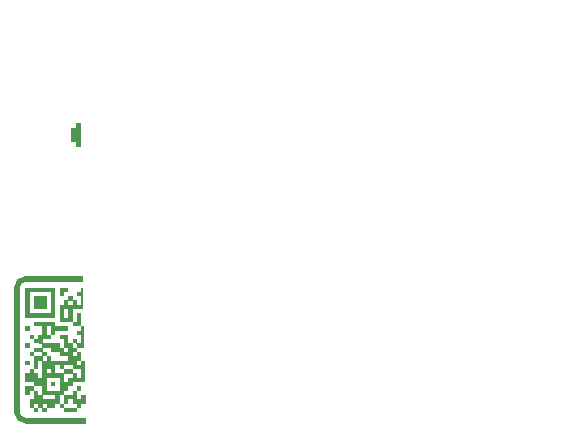
<source format=gbr>
%TF.GenerationSoftware,KiCad,Pcbnew,7.0.10*%
%TF.CreationDate,2024-02-06T19:30:05-08:00*%
%TF.ProjectId,main_board,6d61696e-5f62-46f6-9172-642e6b696361,rev?*%
%TF.SameCoordinates,Original*%
%TF.FileFunction,Legend,Bot*%
%TF.FilePolarity,Positive*%
%FSLAX46Y46*%
G04 Gerber Fmt 4.6, Leading zero omitted, Abs format (unit mm)*
G04 Created by KiCad (PCBNEW 7.0.10) date 2024-02-06 19:30:05*
%MOMM*%
%LPD*%
G01*
G04 APERTURE LIST*
G04 Aperture macros list*
%AMRoundRect*
0 Rectangle with rounded corners*
0 $1 Rounding radius*
0 $2 $3 $4 $5 $6 $7 $8 $9 X,Y pos of 4 corners*
0 Add a 4 corners polygon primitive as box body*
4,1,4,$2,$3,$4,$5,$6,$7,$8,$9,$2,$3,0*
0 Add four circle primitives for the rounded corners*
1,1,$1+$1,$2,$3*
1,1,$1+$1,$4,$5*
1,1,$1+$1,$6,$7*
1,1,$1+$1,$8,$9*
0 Add four rect primitives between the rounded corners*
20,1,$1+$1,$2,$3,$4,$5,0*
20,1,$1+$1,$4,$5,$6,$7,0*
20,1,$1+$1,$6,$7,$8,$9,0*
20,1,$1+$1,$8,$9,$2,$3,0*%
%AMFreePoly0*
4,1,247,5.039824,1.258745,5.040645,1.258997,5.187960,1.256588,5.193559,1.254666,5.199378,1.255745,5.491487,1.217288,5.497576,1.214383,5.504316,1.214737,5.788907,1.138482,5.794566,1.134806,5.801293,1.134277,6.073495,1.021527,6.078625,1.017145,6.085227,1.015742,6.340384,0.868427,6.344900,0.863411,6.351260,0.861159,6.585006,0.681800,6.588827,0.676240,6.594841,0.673176,
6.803176,0.464841,6.806240,0.458827,6.811800,0.455006,6.991159,0.221260,6.993411,0.214900,6.998427,0.210384,7.145742,-0.044773,7.147145,-0.051374,7.151527,-0.056505,7.264277,-0.328706,7.264806,-0.335433,7.268482,-0.341093,7.344737,-0.625684,7.344383,-0.632423,7.347288,-0.638513,7.385746,-0.930623,7.384667,-0.936442,7.386588,-0.942040,7.388997,-1.089355,7.388745,-1.090175,
7.389010,-1.090990,7.389010,-11.389010,7.388745,-11.389824,7.388997,-11.390645,7.386588,-11.537960,7.384667,-11.543557,7.385746,-11.549377,7.347288,-11.841487,7.344383,-11.847576,7.344737,-11.854316,7.268482,-12.138907,7.264806,-12.144566,7.264277,-12.151294,7.151527,-12.423495,7.147145,-12.428625,7.145742,-12.435227,6.998427,-12.690384,6.993411,-12.694900,6.991159,-12.701260,6.811800,-12.935006,
6.806240,-12.938827,6.803176,-12.944841,6.594841,-13.153176,6.588827,-13.156240,6.585006,-13.161800,6.351260,-13.341159,6.344900,-13.343411,6.340384,-13.348427,6.085227,-13.495742,6.078625,-13.497145,6.073495,-13.501527,5.801293,-13.614277,5.794566,-13.614806,5.788907,-13.618482,5.504316,-13.694737,5.497576,-13.694383,5.491487,-13.697288,5.199378,-13.735745,5.193559,-13.734666,5.187960,-13.736588,
5.040645,-13.738997,5.039824,-13.738745,5.039010,-13.739010,-5.259010,-13.739010,-5.259824,-13.738745,-5.260645,-13.738997,-5.407960,-13.736588,-5.413557,-13.734667,-5.419377,-13.735746,-5.711487,-13.697288,-5.717577,-13.694382,-5.724316,-13.694736,-6.008907,-13.618481,-6.014566,-13.614805,-6.021294,-13.614276,-6.293495,-13.501526,-6.298625,-13.497144,-6.305227,-13.495741,-6.560384,-13.348426,-6.564900,-13.343410,
-6.571260,-13.341158,-6.805005,-13.161799,-6.808826,-13.156239,-6.814840,-13.153175,-7.023175,-12.944840,-7.026239,-12.938826,-7.031799,-12.935005,-7.211158,-12.701260,-7.213410,-12.694900,-7.218426,-12.690384,-7.365741,-12.435227,-7.367144,-12.428625,-7.371526,-12.423495,-7.484276,-12.151293,-7.484805,-12.144566,-7.488481,-12.138907,-7.564737,-11.854316,-7.564383,-11.847576,-7.567288,-11.841487,-7.605745,-11.549378,
-7.604666,-11.543559,-7.606588,-11.537960,-7.608997,-11.390645,-7.608745,-11.389824,-7.609010,-11.389010,-7.609010,-6.840000,-7.604116,-6.824937,-7.604116,-6.809098,-7.594806,-6.796284,-7.589912,-6.781221,-7.577098,-6.771911,-7.567789,-6.759098,-7.552725,-6.754203,-7.539912,-6.744894,-7.524073,-6.744894,-7.509010,-6.740000,-1.610000,-6.740000,-1.596236,-6.744471,-1.581771,-6.744067,-1.567579,-6.753782,
-1.551221,-6.759098,-1.542714,-6.770806,-1.530774,-6.778981,-1.525003,-6.795182,-1.514894,-6.809098,-1.514894,-6.823570,-1.510039,-6.837203,-1.507485,-6.928440,-1.467197,-7.104956,-1.389254,-7.266804,-1.277251,-7.407251,-1.136804,-7.519254,-0.974954,-7.597197,-0.798440,-7.637485,-0.708596,-7.640000,0.488597,-7.640000,0.578440,-7.637485,0.754956,-7.597197,0.916804,-7.519254,1.057251,-7.407251,
1.169254,-7.266804,1.247197,-7.104954,1.287485,-6.928440,1.290000,-6.838595,1.290000,-5.641404,1.287485,-5.551559,1.247197,-5.375045,1.169254,-5.213195,1.057251,-5.072748,0.916804,-4.960745,0.754956,-4.882802,0.578440,-4.842514,0.488597,-4.840000,-0.708596,-4.840000,-0.798440,-4.842514,-0.974954,-4.882802,-1.136804,-4.960745,-1.277251,-5.072748,-1.389254,-5.213195,-1.467197,-5.375043,
-1.507485,-5.551559,-1.510039,-5.642797,-1.514894,-5.656429,-1.514894,-5.670902,-1.525003,-5.684817,-1.530774,-5.701019,-1.542714,-5.709193,-1.551221,-5.720902,-1.567579,-5.726217,-1.581771,-5.735933,-1.596236,-5.735528,-1.610000,-5.740000,-7.509010,-5.740000,-7.524073,-5.735106,-7.539912,-5.735106,-7.552725,-5.725796,-7.567789,-5.720902,-7.577098,-5.708088,-7.589912,-5.698779,-7.594806,-5.683715,
-7.604116,-5.670902,-7.604116,-5.655062,-7.609010,-5.640000,-7.609010,-1.090990,-7.608745,-1.090175,-7.608997,-1.089355,-7.606588,-0.942040,-7.604666,-0.936440,-7.605745,-0.930622,-7.567288,-0.638513,-7.564383,-0.632423,-7.564737,-0.625684,-7.488481,-0.341093,-7.484805,-0.335433,-7.484276,-0.328707,-7.371526,-0.056505,-7.367144,-0.051374,-7.365741,-0.044773,-7.218426,0.210384,-7.213410,0.214900,
-7.211158,0.221260,-7.031799,0.455005,-7.026239,0.458826,-7.023175,0.464840,-6.814840,0.673175,-6.808826,0.676239,-6.805005,0.681799,-6.571260,0.861158,-6.564900,0.863410,-6.560384,0.868426,-6.305227,1.015741,-6.298625,1.017144,-6.293495,1.021526,-6.021294,1.134276,-6.014566,1.134805,-6.008907,1.138481,-5.724316,1.214736,-5.717577,1.214382,-5.711487,1.217288,-5.419377,1.255746,
-5.413557,1.254667,-5.407960,1.256588,-5.260645,1.258997,-5.259824,1.258745,-5.259010,1.259010,5.039010,1.259010,5.039824,1.258745,5.039824,1.258745,$1*%
G04 Aperture macros list end*
%ADD10C,0.150000*%
%ADD11C,0.500000*%
%ADD12C,0.200000*%
%ADD13C,0.650000*%
%ADD14O,1.000000X2.100000*%
%ADD15O,1.000000X1.800000*%
%ADD16RoundRect,2.250000X-5.250000X-5.250000X5.250000X-5.250000X5.250000X5.250000X-5.250000X5.250000X0*%
%ADD17RoundRect,0.400000X0.600000X0.600000X-0.600000X0.600000X-0.600000X-0.600000X0.600000X-0.600000X0*%
%ADD18FreePoly0,180.000000*%
G04 APERTURE END LIST*
D10*
X32483220Y49950181D02*
X32483220Y50950181D01*
X32483220Y50950181D02*
X31911792Y49950181D01*
X31911792Y49950181D02*
X31911792Y50950181D01*
X31292744Y49950181D02*
X31387982Y49997800D01*
X31387982Y49997800D02*
X31435601Y50045420D01*
X31435601Y50045420D02*
X31483220Y50140658D01*
X31483220Y50140658D02*
X31483220Y50426372D01*
X31483220Y50426372D02*
X31435601Y50521610D01*
X31435601Y50521610D02*
X31387982Y50569229D01*
X31387982Y50569229D02*
X31292744Y50616848D01*
X31292744Y50616848D02*
X31149887Y50616848D01*
X31149887Y50616848D02*
X31054649Y50569229D01*
X31054649Y50569229D02*
X31007030Y50521610D01*
X31007030Y50521610D02*
X30959411Y50426372D01*
X30959411Y50426372D02*
X30959411Y50140658D01*
X30959411Y50140658D02*
X31007030Y50045420D01*
X31007030Y50045420D02*
X31054649Y49997800D01*
X31054649Y49997800D02*
X31149887Y49950181D01*
X31149887Y49950181D02*
X31292744Y49950181D01*
X30673696Y50616848D02*
X30292744Y50616848D01*
X30530839Y50950181D02*
X30530839Y50093039D01*
X30530839Y50093039D02*
X30483220Y49997800D01*
X30483220Y49997800D02*
X30387982Y49950181D01*
X30387982Y49950181D02*
X30292744Y49950181D01*
X29340362Y50616848D02*
X28959410Y50616848D01*
X29197505Y49950181D02*
X29197505Y50807324D01*
X29197505Y50807324D02*
X29149886Y50902562D01*
X29149886Y50902562D02*
X29054648Y50950181D01*
X29054648Y50950181D02*
X28959410Y50950181D01*
X28483219Y49950181D02*
X28578457Y49997800D01*
X28578457Y49997800D02*
X28626076Y50045420D01*
X28626076Y50045420D02*
X28673695Y50140658D01*
X28673695Y50140658D02*
X28673695Y50426372D01*
X28673695Y50426372D02*
X28626076Y50521610D01*
X28626076Y50521610D02*
X28578457Y50569229D01*
X28578457Y50569229D02*
X28483219Y50616848D01*
X28483219Y50616848D02*
X28340362Y50616848D01*
X28340362Y50616848D02*
X28245124Y50569229D01*
X28245124Y50569229D02*
X28197505Y50521610D01*
X28197505Y50521610D02*
X28149886Y50426372D01*
X28149886Y50426372D02*
X28149886Y50140658D01*
X28149886Y50140658D02*
X28197505Y50045420D01*
X28197505Y50045420D02*
X28245124Y49997800D01*
X28245124Y49997800D02*
X28340362Y49950181D01*
X28340362Y49950181D02*
X28483219Y49950181D01*
X27721314Y49950181D02*
X27721314Y50616848D01*
X27721314Y50426372D02*
X27673695Y50521610D01*
X27673695Y50521610D02*
X27626076Y50569229D01*
X27626076Y50569229D02*
X27530838Y50616848D01*
X27530838Y50616848D02*
X27435600Y50616848D01*
X32483220Y48340181D02*
X32483220Y49006848D01*
X32483220Y48911610D02*
X32435601Y48959229D01*
X32435601Y48959229D02*
X32340363Y49006848D01*
X32340363Y49006848D02*
X32197506Y49006848D01*
X32197506Y49006848D02*
X32102268Y48959229D01*
X32102268Y48959229D02*
X32054649Y48863991D01*
X32054649Y48863991D02*
X32054649Y48340181D01*
X32054649Y48863991D02*
X32007030Y48959229D01*
X32007030Y48959229D02*
X31911792Y49006848D01*
X31911792Y49006848D02*
X31768935Y49006848D01*
X31768935Y49006848D02*
X31673696Y48959229D01*
X31673696Y48959229D02*
X31626077Y48863991D01*
X31626077Y48863991D02*
X31626077Y48340181D01*
X30768935Y48387800D02*
X30864173Y48340181D01*
X30864173Y48340181D02*
X31054649Y48340181D01*
X31054649Y48340181D02*
X31149887Y48387800D01*
X31149887Y48387800D02*
X31197506Y48483039D01*
X31197506Y48483039D02*
X31197506Y48863991D01*
X31197506Y48863991D02*
X31149887Y48959229D01*
X31149887Y48959229D02*
X31054649Y49006848D01*
X31054649Y49006848D02*
X30864173Y49006848D01*
X30864173Y49006848D02*
X30768935Y48959229D01*
X30768935Y48959229D02*
X30721316Y48863991D01*
X30721316Y48863991D02*
X30721316Y48768753D01*
X30721316Y48768753D02*
X31197506Y48673515D01*
X29864173Y48340181D02*
X29864173Y49340181D01*
X29864173Y48387800D02*
X29959411Y48340181D01*
X29959411Y48340181D02*
X30149887Y48340181D01*
X30149887Y48340181D02*
X30245125Y48387800D01*
X30245125Y48387800D02*
X30292744Y48435420D01*
X30292744Y48435420D02*
X30340363Y48530658D01*
X30340363Y48530658D02*
X30340363Y48816372D01*
X30340363Y48816372D02*
X30292744Y48911610D01*
X30292744Y48911610D02*
X30245125Y48959229D01*
X30245125Y48959229D02*
X30149887Y49006848D01*
X30149887Y49006848D02*
X29959411Y49006848D01*
X29959411Y49006848D02*
X29864173Y48959229D01*
X29387982Y48340181D02*
X29387982Y49006848D01*
X29387982Y49340181D02*
X29435601Y49292562D01*
X29435601Y49292562D02*
X29387982Y49244943D01*
X29387982Y49244943D02*
X29340363Y49292562D01*
X29340363Y49292562D02*
X29387982Y49340181D01*
X29387982Y49340181D02*
X29387982Y49244943D01*
X28483221Y48387800D02*
X28578459Y48340181D01*
X28578459Y48340181D02*
X28768935Y48340181D01*
X28768935Y48340181D02*
X28864173Y48387800D01*
X28864173Y48387800D02*
X28911792Y48435420D01*
X28911792Y48435420D02*
X28959411Y48530658D01*
X28959411Y48530658D02*
X28959411Y48816372D01*
X28959411Y48816372D02*
X28911792Y48911610D01*
X28911792Y48911610D02*
X28864173Y48959229D01*
X28864173Y48959229D02*
X28768935Y49006848D01*
X28768935Y49006848D02*
X28578459Y49006848D01*
X28578459Y49006848D02*
X28483221Y48959229D01*
X27626078Y48340181D02*
X27626078Y48863991D01*
X27626078Y48863991D02*
X27673697Y48959229D01*
X27673697Y48959229D02*
X27768935Y49006848D01*
X27768935Y49006848D02*
X27959411Y49006848D01*
X27959411Y49006848D02*
X28054649Y48959229D01*
X27626078Y48387800D02*
X27721316Y48340181D01*
X27721316Y48340181D02*
X27959411Y48340181D01*
X27959411Y48340181D02*
X28054649Y48387800D01*
X28054649Y48387800D02*
X28102268Y48483039D01*
X28102268Y48483039D02*
X28102268Y48578277D01*
X28102268Y48578277D02*
X28054649Y48673515D01*
X28054649Y48673515D02*
X27959411Y48721134D01*
X27959411Y48721134D02*
X27721316Y48721134D01*
X27721316Y48721134D02*
X27626078Y48768753D01*
X27007030Y48340181D02*
X27102268Y48387800D01*
X27102268Y48387800D02*
X27149887Y48483039D01*
X27149887Y48483039D02*
X27149887Y49340181D01*
X25435601Y49006848D02*
X25435601Y48340181D01*
X25864172Y49006848D02*
X25864172Y48483039D01*
X25864172Y48483039D02*
X25816553Y48387800D01*
X25816553Y48387800D02*
X25721315Y48340181D01*
X25721315Y48340181D02*
X25578458Y48340181D01*
X25578458Y48340181D02*
X25483220Y48387800D01*
X25483220Y48387800D02*
X25435601Y48435420D01*
X25007029Y48387800D02*
X24911791Y48340181D01*
X24911791Y48340181D02*
X24721315Y48340181D01*
X24721315Y48340181D02*
X24626077Y48387800D01*
X24626077Y48387800D02*
X24578458Y48483039D01*
X24578458Y48483039D02*
X24578458Y48530658D01*
X24578458Y48530658D02*
X24626077Y48625896D01*
X24626077Y48625896D02*
X24721315Y48673515D01*
X24721315Y48673515D02*
X24864172Y48673515D01*
X24864172Y48673515D02*
X24959410Y48721134D01*
X24959410Y48721134D02*
X25007029Y48816372D01*
X25007029Y48816372D02*
X25007029Y48863991D01*
X25007029Y48863991D02*
X24959410Y48959229D01*
X24959410Y48959229D02*
X24864172Y49006848D01*
X24864172Y49006848D02*
X24721315Y49006848D01*
X24721315Y49006848D02*
X24626077Y48959229D01*
X23768934Y48387800D02*
X23864172Y48340181D01*
X23864172Y48340181D02*
X24054648Y48340181D01*
X24054648Y48340181D02*
X24149886Y48387800D01*
X24149886Y48387800D02*
X24197505Y48483039D01*
X24197505Y48483039D02*
X24197505Y48863991D01*
X24197505Y48863991D02*
X24149886Y48959229D01*
X24149886Y48959229D02*
X24054648Y49006848D01*
X24054648Y49006848D02*
X23864172Y49006848D01*
X23864172Y49006848D02*
X23768934Y48959229D01*
X23768934Y48959229D02*
X23721315Y48863991D01*
X23721315Y48863991D02*
X23721315Y48768753D01*
X23721315Y48768753D02*
X24197505Y48673515D01*
X44011077Y52596848D02*
X43856316Y51930181D01*
X43856316Y51930181D02*
X43534887Y52596848D01*
X42713458Y51930181D02*
X43284887Y51930181D01*
X42999172Y51930181D02*
X42874172Y52930181D01*
X42874172Y52930181D02*
X42987268Y52787324D01*
X42987268Y52787324D02*
X43094411Y52692086D01*
X43094411Y52692086D02*
X43195601Y52644467D01*
X42284887Y51930181D02*
X42201553Y52596848D01*
X42225363Y52406372D02*
X42165839Y52501610D01*
X42165839Y52501610D02*
X42112268Y52549229D01*
X42112268Y52549229D02*
X42011077Y52596848D01*
X42011077Y52596848D02*
X41915839Y52596848D01*
X41112267Y52930181D02*
X41302743Y52930181D01*
X41302743Y52930181D02*
X41403934Y52882562D01*
X41403934Y52882562D02*
X41457505Y52834943D01*
X41457505Y52834943D02*
X41570601Y52692086D01*
X41570601Y52692086D02*
X41642029Y52501610D01*
X41642029Y52501610D02*
X41689648Y52120658D01*
X41689648Y52120658D02*
X41653934Y52025420D01*
X41653934Y52025420D02*
X41612267Y51977800D01*
X41612267Y51977800D02*
X41522982Y51930181D01*
X41522982Y51930181D02*
X41332505Y51930181D01*
X41332505Y51930181D02*
X41231315Y51977800D01*
X41231315Y51977800D02*
X41177743Y52025420D01*
X41177743Y52025420D02*
X41118220Y52120658D01*
X41118220Y52120658D02*
X41088458Y52358753D01*
X41088458Y52358753D02*
X41124172Y52453991D01*
X41124172Y52453991D02*
X41165839Y52501610D01*
X41165839Y52501610D02*
X41255124Y52549229D01*
X41255124Y52549229D02*
X41445601Y52549229D01*
X41445601Y52549229D02*
X41546791Y52501610D01*
X41546791Y52501610D02*
X41600362Y52453991D01*
X41600362Y52453991D02*
X41659886Y52358753D01*
%TO.C,G1*%
G36*
X51813174Y50366457D02*
G01*
X51960676Y50349460D01*
X52096539Y50322526D01*
X52222578Y50285341D01*
X52284966Y50262189D01*
X52436054Y50193579D01*
X52577801Y50110825D01*
X52709570Y50014602D01*
X52830726Y49905582D01*
X52940633Y49784438D01*
X53038655Y49651844D01*
X53124158Y49508473D01*
X53196504Y49354997D01*
X53255059Y49192090D01*
X53275796Y49119975D01*
X53310236Y48968455D01*
X53332243Y48818585D01*
X53341880Y48671908D01*
X53339214Y48529972D01*
X53324308Y48394321D01*
X53297227Y48266501D01*
X53258037Y48148058D01*
X53206801Y48040537D01*
X53180234Y47997147D01*
X53138887Y47938506D01*
X53093062Y47881110D01*
X53046659Y47829783D01*
X53003579Y47789344D01*
X52965390Y47758737D01*
X52867396Y47690807D01*
X52764764Y47635068D01*
X52655391Y47590748D01*
X52537175Y47557075D01*
X52408014Y47533278D01*
X52265805Y47518585D01*
X52235616Y47517338D01*
X52181113Y47517477D01*
X52118093Y47519661D01*
X52051628Y47523630D01*
X51986785Y47529124D01*
X51928637Y47535883D01*
X51880191Y47543267D01*
X51720064Y47578542D01*
X51566955Y47629576D01*
X51420753Y47696423D01*
X51281345Y47779140D01*
X51148623Y47877782D01*
X51022473Y47992406D01*
X51016780Y47998119D01*
X50937558Y48085052D01*
X50864278Y48180636D01*
X50793615Y48289184D01*
X50787282Y48299796D01*
X50763735Y48341224D01*
X50738950Y48387321D01*
X50714908Y48434161D01*
X50693592Y48477818D01*
X50676983Y48514367D01*
X50667062Y48539882D01*
X50660880Y48559412D01*
X51112598Y48557173D01*
X51564315Y48554934D01*
X51591187Y48509165D01*
X51626114Y48456221D01*
X51688948Y48384447D01*
X51761239Y48325865D01*
X51841523Y48281588D01*
X51928338Y48252730D01*
X51955985Y48247510D01*
X52009881Y48241776D01*
X52067246Y48239958D01*
X52121338Y48242176D01*
X52165417Y48248548D01*
X52180145Y48252248D01*
X52253706Y48280859D01*
X52318321Y48323632D01*
X52372782Y48379380D01*
X52415881Y48446913D01*
X52446412Y48525045D01*
X52448092Y48531035D01*
X52464962Y48618202D01*
X52471514Y48715445D01*
X52468237Y48819605D01*
X52455617Y48927524D01*
X52434142Y49036045D01*
X52404302Y49142008D01*
X52366583Y49242255D01*
X52321474Y49333628D01*
X52304712Y49360853D01*
X52264544Y49415093D01*
X52216931Y49468916D01*
X52165627Y49518542D01*
X52114386Y49560187D01*
X52066962Y49590070D01*
X52022925Y49610190D01*
X51941182Y49636293D01*
X51856931Y49650383D01*
X51773676Y49652237D01*
X51694919Y49641630D01*
X51624164Y49618340D01*
X51622361Y49617516D01*
X51560974Y49579852D01*
X51508682Y49528114D01*
X51466434Y49463460D01*
X51435173Y49387048D01*
X51419727Y49337337D01*
X50970632Y49337337D01*
X50521537Y49337337D01*
X50527719Y49408206D01*
X50539229Y49501427D01*
X50567606Y49632795D01*
X50609095Y49756402D01*
X50663052Y49870438D01*
X50728833Y49973094D01*
X50757414Y50009534D01*
X50841332Y50097480D01*
X50937397Y50173880D01*
X51044807Y50238411D01*
X51162758Y50290753D01*
X51290447Y50330584D01*
X51427073Y50357581D01*
X51571832Y50371424D01*
X51723921Y50371790D01*
X51813174Y50366457D01*
G37*
G36*
X44791520Y50364756D02*
G01*
X44824888Y50362021D01*
X44840281Y50360535D01*
X44975756Y50339223D01*
X45102707Y50303561D01*
X45223044Y50252896D01*
X45338676Y50186575D01*
X45431162Y50122586D01*
X45519222Y50052399D01*
X45597973Y49978291D01*
X45671455Y49896744D01*
X45688505Y49876635D01*
X45709439Y49852921D01*
X45724328Y49837275D01*
X45730724Y49832357D01*
X45730816Y49833481D01*
X45729157Y49847442D01*
X45724836Y49875601D01*
X45718209Y49915836D01*
X45709629Y49966025D01*
X45699453Y50024044D01*
X45688033Y50087773D01*
X45642349Y50340196D01*
X46064208Y50340196D01*
X46486067Y50340196D01*
X46490564Y50320744D01*
X46491403Y50316395D01*
X46495104Y50296065D01*
X46501542Y50260182D01*
X46510555Y50209672D01*
X46521978Y50145456D01*
X46535649Y50068459D01*
X46551403Y49979602D01*
X46569077Y49879810D01*
X46588508Y49770006D01*
X46609532Y49651112D01*
X46631985Y49524053D01*
X46655705Y49389751D01*
X46680528Y49249129D01*
X46706290Y49103111D01*
X46732828Y48952620D01*
X46748701Y48862595D01*
X46774812Y48714544D01*
X46800056Y48571469D01*
X46824267Y48434297D01*
X46847282Y48303956D01*
X46868938Y48181372D01*
X46889069Y48067473D01*
X46907512Y47963185D01*
X46924103Y47869436D01*
X46938678Y47787153D01*
X46951073Y47717262D01*
X46961125Y47660692D01*
X46968668Y47618369D01*
X46973539Y47591220D01*
X46975575Y47580173D01*
X46980555Y47556398D01*
X46557209Y47556398D01*
X46133862Y47556398D01*
X46128774Y47584495D01*
X46126711Y47595964D01*
X46121782Y47623441D01*
X46114291Y47665225D01*
X46104490Y47719910D01*
X46092632Y47786087D01*
X46078969Y47862351D01*
X46063752Y47947294D01*
X46047234Y48039508D01*
X46029667Y48137588D01*
X46011304Y48240125D01*
X46002890Y48287103D01*
X45981193Y48408123D01*
X45962193Y48513797D01*
X45945638Y48605361D01*
X45931278Y48684050D01*
X45918864Y48751102D01*
X45908143Y48807752D01*
X45898868Y48855237D01*
X45890786Y48894793D01*
X45883648Y48927655D01*
X45877203Y48955060D01*
X45871202Y48978245D01*
X45865393Y48998445D01*
X45859528Y49016897D01*
X45853354Y49034836D01*
X45846623Y49053499D01*
X45817416Y49124937D01*
X45784117Y49186807D01*
X45744793Y49240879D01*
X45696397Y49291991D01*
X45690372Y49297645D01*
X45633514Y49344126D01*
X45571697Y49381673D01*
X45500874Y49412407D01*
X45417000Y49438448D01*
X45403663Y49441938D01*
X45376313Y49448477D01*
X45350009Y49453465D01*
X45321695Y49457180D01*
X45288314Y49459903D01*
X45246812Y49461910D01*
X45194131Y49463483D01*
X45127216Y49464899D01*
X45101920Y49465394D01*
X45042218Y49466748D01*
X44997046Y49468197D01*
X44964369Y49469917D01*
X44942155Y49472086D01*
X44928371Y49474878D01*
X44920984Y49478472D01*
X44917960Y49483042D01*
X44917832Y49483523D01*
X44915186Y49496615D01*
X44909895Y49524830D01*
X44902266Y49566470D01*
X44892606Y49619836D01*
X44881221Y49683228D01*
X44868417Y49754948D01*
X44854501Y49833296D01*
X44839778Y49916575D01*
X44837998Y49926668D01*
X44823362Y50009532D01*
X44809589Y50087327D01*
X44796984Y50158344D01*
X44785851Y50220876D01*
X44776494Y50273212D01*
X44769220Y50313645D01*
X44764332Y50340466D01*
X44762135Y50351967D01*
X44761348Y50356371D01*
X44763070Y50362463D01*
X44772021Y50365081D01*
X44791520Y50364756D01*
G37*
G36*
X50320007Y48657539D02*
G01*
X50315356Y48489502D01*
X50294321Y48325833D01*
X50292196Y48314459D01*
X50259468Y48186101D01*
X50212747Y48066440D01*
X50152919Y47956310D01*
X50080870Y47856547D01*
X49997487Y47767984D01*
X49903654Y47691457D01*
X49800259Y47627800D01*
X49688187Y47577848D01*
X49568324Y47542436D01*
X49441556Y47522398D01*
X49346120Y47517917D01*
X49229835Y47522215D01*
X49110257Y47536235D01*
X48998565Y47560333D01*
X48873210Y47602296D01*
X48750933Y47658521D01*
X48634592Y47727485D01*
X48527045Y47807669D01*
X48431152Y47897552D01*
X48426169Y47902778D01*
X48405005Y47923974D01*
X48389340Y47938059D01*
X48382262Y47942211D01*
X48382095Y47940958D01*
X48383689Y47926817D01*
X48388101Y47899089D01*
X48394893Y47860307D01*
X48403628Y47813002D01*
X48413866Y47759706D01*
X48417091Y47743163D01*
X48427220Y47690494D01*
X48435958Y47643987D01*
X48442812Y47606340D01*
X48447287Y47580254D01*
X48448888Y47568427D01*
X48448868Y47568113D01*
X48446324Y47565344D01*
X48438575Y47563061D01*
X48424279Y47561232D01*
X48402093Y47559826D01*
X48370674Y47558810D01*
X48328680Y47558153D01*
X48274768Y47557822D01*
X48207595Y47557788D01*
X48125817Y47558016D01*
X48028093Y47558477D01*
X47607299Y47560721D01*
X47359826Y48950458D01*
X47337888Y49073655D01*
X48192004Y49073655D01*
X48201090Y48970505D01*
X48221242Y48867437D01*
X48253538Y48768234D01*
X48299452Y48667324D01*
X48316955Y48634747D01*
X48346668Y48586853D01*
X48380577Y48542078D01*
X48422050Y48496141D01*
X48474452Y48444761D01*
X48482054Y48437642D01*
X48522507Y48401667D01*
X48558679Y48373958D01*
X48596513Y48350322D01*
X48641949Y48326566D01*
X48668930Y48313914D01*
X48713467Y48295163D01*
X48755534Y48279699D01*
X48788754Y48269980D01*
X48846684Y48260377D01*
X48929655Y48256148D01*
X49014400Y48261235D01*
X49095228Y48275223D01*
X49166451Y48297693D01*
X49194953Y48313055D01*
X49231436Y48338577D01*
X49269830Y48369856D01*
X49305417Y48403036D01*
X49333482Y48434261D01*
X49345252Y48449707D01*
X49385019Y48511754D01*
X49413560Y48576391D01*
X49431780Y48646852D01*
X49440585Y48726373D01*
X49440880Y48818186D01*
X49437936Y48869203D01*
X49420377Y48996907D01*
X49388689Y49115144D01*
X49343001Y49223644D01*
X49283443Y49322136D01*
X49210141Y49410348D01*
X49123225Y49488010D01*
X49087295Y49514357D01*
X49000601Y49566238D01*
X48910424Y49603301D01*
X48813021Y49627228D01*
X48763109Y49634765D01*
X48704817Y49638896D01*
X48647771Y49636349D01*
X48583589Y49627121D01*
X48524919Y49613297D01*
X48458227Y49586555D01*
X48396563Y49547451D01*
X48335674Y49493698D01*
X48304573Y49460356D01*
X48258058Y49397255D01*
X48224380Y49329479D01*
X48202702Y49254583D01*
X48192189Y49170123D01*
X48192004Y49073655D01*
X47337888Y49073655D01*
X47112353Y50340196D01*
X47533646Y50340196D01*
X47561346Y50340195D01*
X47653340Y50340141D01*
X47729867Y50339977D01*
X47792360Y50339650D01*
X47842255Y50339109D01*
X47880987Y50338305D01*
X47909990Y50337184D01*
X47930700Y50335698D01*
X47944551Y50333794D01*
X47952978Y50331421D01*
X47957416Y50328529D01*
X47959299Y50325067D01*
X47960082Y50321779D01*
X47963835Y50302890D01*
X47969806Y50270757D01*
X47977508Y50228075D01*
X47986452Y50177540D01*
X47996148Y50121849D01*
X48028637Y49933761D01*
X48045353Y49961910D01*
X48094834Y50038743D01*
X48159848Y50120735D01*
X48230592Y50188925D01*
X48309422Y50245216D01*
X48398693Y50291509D01*
X48500760Y50329708D01*
X48524719Y50336947D01*
X48643344Y50362515D01*
X48768411Y50373798D01*
X48897738Y50371153D01*
X49029148Y50354935D01*
X49160459Y50325500D01*
X49289492Y50283204D01*
X49414067Y50228401D01*
X49532005Y50161448D01*
X49605268Y50111267D01*
X49727429Y50011847D01*
X49840771Y49899048D01*
X49944025Y49774465D01*
X50035920Y49639696D01*
X50115189Y49496337D01*
X50180561Y49345983D01*
X50236620Y49179238D01*
X50280543Y49003271D01*
X50308370Y48829084D01*
X50309109Y48818186D01*
X50320007Y48657539D01*
G37*
G36*
X44788830Y48667182D02*
G01*
X44787160Y48543146D01*
X44776105Y48420722D01*
X44756109Y48303388D01*
X44727615Y48194623D01*
X44691068Y48097905D01*
X44680896Y48075804D01*
X44627776Y47973892D01*
X44569972Y47885898D01*
X44505251Y47809106D01*
X44431379Y47740801D01*
X44346126Y47678265D01*
X44266115Y47630443D01*
X44152384Y47578862D01*
X44032810Y47543133D01*
X43905764Y47522680D01*
X43851857Y47518996D01*
X43750735Y47519111D01*
X43645187Y47526921D01*
X43541901Y47541833D01*
X43447561Y47563255D01*
X43393069Y47580180D01*
X43271204Y47630583D01*
X43153419Y47696755D01*
X43041363Y47777698D01*
X42936688Y47872413D01*
X42849436Y47960388D01*
X42865460Y47872944D01*
X42872514Y47834227D01*
X42882186Y47780748D01*
X42892410Y47723884D01*
X42901883Y47670868D01*
X42922283Y47556236D01*
X42498296Y47558478D01*
X42074309Y47560721D01*
X41800416Y49103913D01*
X42661566Y49103913D01*
X42661958Y49074654D01*
X42672217Y48961188D01*
X42695601Y48849631D01*
X42731098Y48743188D01*
X42777691Y48645061D01*
X42834367Y48558454D01*
X42858060Y48529137D01*
X42929232Y48454938D01*
X43008335Y48389897D01*
X43092487Y48335954D01*
X43178807Y48295046D01*
X43264413Y48269113D01*
X43298545Y48263638D01*
X43350973Y48259215D01*
X43408176Y48257671D01*
X43464697Y48258989D01*
X43515074Y48263147D01*
X43553848Y48270128D01*
X43591268Y48281560D01*
X43652099Y48308156D01*
X43707618Y48344807D01*
X43763179Y48394698D01*
X43771786Y48403470D01*
X43820386Y48459990D01*
X43857282Y48518049D01*
X43883436Y48580509D01*
X43899811Y48650235D01*
X43907369Y48730090D01*
X43907072Y48822940D01*
X43902579Y48895532D01*
X43891418Y48981639D01*
X43873381Y49060888D01*
X43847425Y49138801D01*
X43831110Y49179375D01*
X43794929Y49254688D01*
X43753281Y49320788D01*
X43702639Y49382889D01*
X43639474Y49446207D01*
X43556461Y49513628D01*
X43463539Y49569092D01*
X43365729Y49608523D01*
X43264029Y49631613D01*
X43159438Y49638053D01*
X43052956Y49627535D01*
X42997879Y49614778D01*
X42929056Y49587881D01*
X42865793Y49548364D01*
X42803941Y49494002D01*
X42763870Y49450280D01*
X42724257Y49394729D01*
X42695350Y49335412D01*
X42676019Y49269234D01*
X42665134Y49193099D01*
X42661566Y49103913D01*
X41800416Y49103913D01*
X41752082Y49376241D01*
X41722895Y49540679D01*
X41692560Y49711581D01*
X41663124Y49877407D01*
X41634728Y50037359D01*
X41607515Y50190642D01*
X41581625Y50336459D01*
X41557200Y50474013D01*
X41534381Y50602507D01*
X41513311Y50721146D01*
X41494130Y50829132D01*
X41476980Y50925669D01*
X41462002Y51009961D01*
X41449338Y51081211D01*
X41439129Y51138622D01*
X41431517Y51181398D01*
X41426644Y51208743D01*
X41424650Y51219859D01*
X41419446Y51247957D01*
X41842451Y51247957D01*
X41873343Y51247954D01*
X41965031Y51247899D01*
X42041289Y51247732D01*
X42103548Y51247402D01*
X42153238Y51246859D01*
X42191787Y51246052D01*
X42220627Y51244931D01*
X42241187Y51243443D01*
X42254898Y51241540D01*
X42263188Y51239170D01*
X42267488Y51236283D01*
X42269228Y51232827D01*
X42271287Y51222165D01*
X42276108Y51195813D01*
X42283444Y51155152D01*
X42293052Y51101547D01*
X42304688Y51036361D01*
X42318110Y50960959D01*
X42333074Y50876704D01*
X42349336Y50784962D01*
X42366655Y50687096D01*
X42384787Y50584470D01*
X42385138Y50582478D01*
X42403219Y50480392D01*
X42420500Y50383438D01*
X42436740Y50292937D01*
X42451697Y50210213D01*
X42465127Y50136587D01*
X42476788Y50073381D01*
X42486438Y50021918D01*
X42493834Y49983520D01*
X42498735Y49959509D01*
X42500897Y49951208D01*
X42505566Y49956096D01*
X42516408Y49972533D01*
X42530398Y49996553D01*
X42550508Y50029377D01*
X42583148Y50074747D01*
X42618371Y50117016D01*
X42651224Y50149902D01*
X42740796Y50218105D01*
X42847919Y50279136D01*
X42964291Y50326153D01*
X43088779Y50358614D01*
X43111097Y50361975D01*
X43156665Y50365904D01*
X43212217Y50368370D01*
X43273374Y50369373D01*
X43335757Y50368912D01*
X43394986Y50366985D01*
X43446681Y50363591D01*
X43486465Y50358729D01*
X43504977Y50355407D01*
X43656805Y50318587D01*
X43801750Y50266103D01*
X43939344Y50198324D01*
X44069116Y50115622D01*
X44190600Y50018367D01*
X44303325Y49906929D01*
X44406823Y49781679D01*
X44500626Y49642986D01*
X44584264Y49491223D01*
X44604404Y49449270D01*
X44666090Y49299609D01*
X44715573Y49141918D01*
X44753381Y48974327D01*
X44780039Y48794964D01*
X44780670Y48789350D01*
X44784628Y48730090D01*
X44788830Y48667182D01*
G37*
G36*
X40807975Y50193226D02*
G01*
X40824017Y50102637D01*
X40866594Y49862188D01*
X40898673Y49680989D01*
X40908387Y49626119D01*
X40949296Y49395004D01*
X40989220Y49169418D01*
X41028056Y48949936D01*
X41065702Y48737132D01*
X41102059Y48531581D01*
X41137023Y48333859D01*
X41170493Y48144539D01*
X41202368Y47964197D01*
X41232547Y47793409D01*
X41260927Y47632747D01*
X41274027Y47558559D01*
X41287407Y47482788D01*
X41311886Y47344106D01*
X41334262Y47217276D01*
X41354434Y47102873D01*
X41372299Y47001471D01*
X41387757Y46913646D01*
X41400706Y46839972D01*
X41411044Y46781025D01*
X41418670Y46737378D01*
X41423482Y46709607D01*
X41425379Y46698287D01*
X41431119Y46657160D01*
X37852989Y46659383D01*
X34274858Y46661606D01*
X34197050Y46685724D01*
X34086145Y46726950D01*
X33973914Y46784854D01*
X33873082Y46854966D01*
X33784304Y46936480D01*
X33708238Y47028589D01*
X33645541Y47130487D01*
X33596869Y47241368D01*
X33562879Y47360427D01*
X33544228Y47486857D01*
X33543429Y47499966D01*
X33542200Y47533978D01*
X33541037Y47582872D01*
X33539953Y47645169D01*
X33538962Y47719392D01*
X33538081Y47804060D01*
X33537323Y47897696D01*
X33536703Y47998822D01*
X33536236Y48105958D01*
X33535936Y48217626D01*
X33535819Y48332348D01*
X33535739Y48766745D01*
X34719936Y48766745D01*
X34764260Y48678130D01*
X34807229Y48597561D01*
X34899255Y48451173D01*
X35005692Y48310537D01*
X35124859Y48177327D01*
X35255076Y48053212D01*
X35394661Y47939865D01*
X35541935Y47838957D01*
X35695216Y47752160D01*
X35733732Y47732775D01*
X35824148Y47689242D01*
X35905228Y47653459D01*
X35980486Y47623925D01*
X36053436Y47599138D01*
X36076043Y47592284D01*
X36118216Y47580411D01*
X36164003Y47568391D01*
X36210504Y47556891D01*
X36254817Y47546577D01*
X36294043Y47538115D01*
X36325280Y47532173D01*
X36345629Y47529416D01*
X36352188Y47530510D01*
X36351164Y47532495D01*
X36343155Y47547358D01*
X36327740Y47575723D01*
X36305543Y47616447D01*
X36277189Y47668389D01*
X36243302Y47730406D01*
X36204505Y47801358D01*
X36161423Y47880103D01*
X36114679Y47965498D01*
X36064897Y48056403D01*
X36012701Y48151676D01*
X35675663Y48766745D01*
X35197800Y48766745D01*
X34719936Y48766745D01*
X33535739Y48766745D01*
X33535682Y49078040D01*
X34695259Y49075847D01*
X35854836Y49073655D01*
X36268039Y48318025D01*
X36299923Y48259782D01*
X36357247Y48155396D01*
X36412315Y48055528D01*
X36464527Y47961248D01*
X36513283Y47873621D01*
X36557984Y47793715D01*
X36598030Y47722598D01*
X36632821Y47661338D01*
X36661757Y47611000D01*
X36684237Y47572654D01*
X36699663Y47547366D01*
X36707434Y47536204D01*
X36711743Y47532008D01*
X36713719Y47530510D01*
X36730432Y47517843D01*
X36752357Y47510189D01*
X36784527Y47506330D01*
X36803804Y47505573D01*
X36846781Y47510994D01*
X36881411Y47528654D01*
X36912019Y47560388D01*
X36915724Y47565600D01*
X36930737Y47594530D01*
X36938883Y47623076D01*
X36938875Y47625717D01*
X36936744Y47644532D01*
X36931549Y47679942D01*
X36923342Y47731648D01*
X36912176Y47799346D01*
X36898102Y47882738D01*
X36881174Y47981522D01*
X36861443Y48095396D01*
X36838962Y48224061D01*
X36813782Y48367214D01*
X36803961Y48422749D01*
X37115349Y48422749D01*
X37170753Y48112770D01*
X37181532Y48052369D01*
X37194668Y47978510D01*
X37207056Y47908593D01*
X37218236Y47845235D01*
X37227745Y47791049D01*
X37235123Y47748653D01*
X37239908Y47720659D01*
X37242525Y47705167D01*
X37249954Y47662357D01*
X37257085Y47622695D01*
X37262676Y47593141D01*
X37267041Y47575327D01*
X37274685Y47555528D01*
X37281887Y47547880D01*
X37282181Y47547894D01*
X37294824Y47550896D01*
X37320076Y47558370D01*
X37354417Y47569235D01*
X37394326Y47582411D01*
X37411101Y47588138D01*
X37537685Y47637571D01*
X37652424Y47694763D01*
X37759041Y47762028D01*
X37861256Y47841683D01*
X37962794Y47936042D01*
X38053160Y48033151D01*
X38130138Y48131501D01*
X38194967Y48233716D01*
X38250039Y48343570D01*
X38297745Y48464838D01*
X38303360Y48481731D01*
X38314978Y48520423D01*
X38327390Y48565508D01*
X38339654Y48613155D01*
X38350830Y48659532D01*
X38359978Y48700807D01*
X38366157Y48733149D01*
X38368426Y48752726D01*
X38368424Y48752874D01*
X38367233Y48755841D01*
X38362960Y48758345D01*
X38354313Y48760416D01*
X38340000Y48762086D01*
X38320959Y48763248D01*
X39140127Y48763248D01*
X39140739Y48757561D01*
X39141481Y48752726D01*
X39144017Y48736188D01*
X39149871Y48700232D01*
X39158070Y48651050D01*
X39168383Y48590002D01*
X39180579Y48518444D01*
X39194428Y48437735D01*
X39209699Y48349233D01*
X39226161Y48254295D01*
X39243584Y48154281D01*
X39349480Y47547753D01*
X39822908Y47547753D01*
X39902762Y47547793D01*
X39997342Y47547993D01*
X40076578Y47548381D01*
X40141594Y47548985D01*
X40193512Y47549830D01*
X40233455Y47550940D01*
X40262545Y47552343D01*
X40281906Y47554063D01*
X40292660Y47556127D01*
X40295929Y47558559D01*
X40295081Y47564394D01*
X40291480Y47586114D01*
X40285278Y47622447D01*
X40276719Y47672004D01*
X40266045Y47733394D01*
X40253497Y47805228D01*
X40239319Y47886113D01*
X40223754Y47974660D01*
X40207043Y48069479D01*
X40189429Y48169179D01*
X40083337Y48768991D01*
X39612952Y48767339D01*
X39562358Y48767147D01*
X39476712Y48766756D01*
X39397297Y48766310D01*
X39325692Y48765823D01*
X39263478Y48765308D01*
X39212234Y48764780D01*
X39173541Y48764251D01*
X39148979Y48763736D01*
X39140127Y48763248D01*
X38320959Y48763248D01*
X38318731Y48763384D01*
X38289213Y48764341D01*
X38250155Y48764989D01*
X38200265Y48765357D01*
X38138251Y48765477D01*
X38062821Y48765380D01*
X37972685Y48765095D01*
X37866551Y48764653D01*
X37364676Y48762422D01*
X37345195Y48714873D01*
X37308065Y48640850D01*
X37252354Y48561017D01*
X37183751Y48487097D01*
X37115349Y48422749D01*
X36803961Y48422749D01*
X36785957Y48524556D01*
X36755539Y48695786D01*
X36722579Y48880601D01*
X36687131Y49078702D01*
X36649246Y49289788D01*
X36646270Y49306350D01*
X36616625Y49471382D01*
X36587843Y49631749D01*
X36560070Y49786627D01*
X36533454Y49935192D01*
X36508141Y50076622D01*
X36484278Y50210092D01*
X36462011Y50334780D01*
X36441488Y50449862D01*
X36422855Y50554514D01*
X36406258Y50647914D01*
X36391846Y50729236D01*
X36379763Y50797660D01*
X36370158Y50852359D01*
X36363176Y50892513D01*
X36358965Y50917295D01*
X36357672Y50925885D01*
X36357674Y50925886D01*
X36360785Y50918094D01*
X36369225Y50895040D01*
X36382622Y50857779D01*
X36400602Y50807363D01*
X36422793Y50744849D01*
X36448823Y50671290D01*
X36478319Y50587740D01*
X36510908Y50495253D01*
X36546218Y50394885D01*
X36583877Y50287688D01*
X36623510Y50174718D01*
X36664747Y50057029D01*
X36704225Y49944442D01*
X36744557Y49829747D01*
X36783182Y49720237D01*
X36819701Y49617025D01*
X36853716Y49521225D01*
X36884829Y49433953D01*
X36912642Y49356323D01*
X36936756Y49289449D01*
X36956773Y49234445D01*
X36972295Y49192425D01*
X36982923Y49164504D01*
X36988260Y49151797D01*
X36991925Y49145546D01*
X37012800Y49118672D01*
X37036161Y49097764D01*
X37065537Y49077977D01*
X38546933Y49077977D01*
X40028330Y49077977D01*
X40028330Y49220625D01*
X40028330Y49363273D01*
X38620299Y49363273D01*
X37212267Y49363273D01*
X37194195Y49412984D01*
X37193524Y49414847D01*
X37187416Y49432022D01*
X37175924Y49464486D01*
X37159331Y49511427D01*
X37137925Y49572037D01*
X37111991Y49645505D01*
X37081813Y49731022D01*
X37047678Y49827778D01*
X37009872Y49934963D01*
X36968680Y50051767D01*
X36924387Y50177382D01*
X36877279Y50310996D01*
X36827642Y50451801D01*
X36775762Y50598986D01*
X36721923Y50751742D01*
X36666412Y50909259D01*
X36609514Y51070727D01*
X36575083Y51168440D01*
X36920214Y51168440D01*
X36922963Y51157981D01*
X36930915Y51132461D01*
X36943683Y51093033D01*
X36960882Y51040848D01*
X36982124Y50977057D01*
X37007024Y50902813D01*
X37035196Y50819266D01*
X37066253Y50727570D01*
X37099811Y50628874D01*
X37135481Y50524332D01*
X37172879Y50415095D01*
X37429804Y49665860D01*
X37872181Y49665860D01*
X38314557Y49665860D01*
X38290713Y49741507D01*
X38238930Y49886502D01*
X38167991Y50046910D01*
X38084881Y50203213D01*
X37991789Y50351327D01*
X37890905Y50487167D01*
X37864656Y50518830D01*
X37745521Y50647643D01*
X37613320Y50769076D01*
X37470990Y50880782D01*
X37321464Y50980413D01*
X37167679Y51065621D01*
X37138660Y51079911D01*
X37083802Y51105988D01*
X37033409Y51128762D01*
X36989670Y51147324D01*
X36954773Y51160763D01*
X36930903Y51168167D01*
X36920250Y51168626D01*
X36920214Y51168440D01*
X36575083Y51168440D01*
X36560778Y51209035D01*
X36547060Y51247957D01*
X38695574Y51247957D01*
X38700630Y51224182D01*
X38702143Y51216159D01*
X38706561Y51191722D01*
X38713561Y51152535D01*
X38722919Y51099874D01*
X38734407Y51035017D01*
X38747802Y50959239D01*
X38762876Y50873818D01*
X38779405Y50780030D01*
X38797162Y50679152D01*
X38815923Y50572460D01*
X38835461Y50461231D01*
X38850762Y50374090D01*
X38869728Y50266101D01*
X38887740Y50163566D01*
X38904573Y50067770D01*
X38920000Y49980000D01*
X38933796Y49901542D01*
X38945733Y49833682D01*
X38955587Y49777708D01*
X38963130Y49734905D01*
X38968137Y49706559D01*
X38970381Y49693957D01*
X38975523Y49665860D01*
X39449245Y49665860D01*
X39457178Y49665860D01*
X39558583Y49665889D01*
X39644123Y49666000D01*
X39715128Y49666234D01*
X39772926Y49666636D01*
X39818848Y49667247D01*
X39854222Y49668110D01*
X39880380Y49669269D01*
X39898650Y49670766D01*
X39910363Y49672644D01*
X39916847Y49674945D01*
X39919432Y49677713D01*
X39919449Y49680989D01*
X39917878Y49689492D01*
X39913556Y49713763D01*
X39906764Y49752241D01*
X39897761Y49803447D01*
X39886804Y49865905D01*
X39874150Y49938136D01*
X39860059Y50018662D01*
X39844787Y50106007D01*
X39828593Y50198692D01*
X39811734Y50295240D01*
X39794468Y50394173D01*
X39777054Y50494014D01*
X39759749Y50593284D01*
X39742810Y50690506D01*
X39726497Y50784203D01*
X39711066Y50872897D01*
X39696776Y50955110D01*
X39683884Y51029365D01*
X39672648Y51094183D01*
X39663327Y51148088D01*
X39656177Y51189601D01*
X39646160Y51247957D01*
X39170867Y51247957D01*
X38695574Y51247957D01*
X36547060Y51247957D01*
X36497646Y51388161D01*
X36439826Y51552153D01*
X36387066Y51701693D01*
X36339117Y51837465D01*
X36295729Y51960153D01*
X36256650Y52070441D01*
X36221631Y52169012D01*
X36190422Y52256551D01*
X36176991Y52294043D01*
X38414298Y52294043D01*
X38414509Y52290255D01*
X38425147Y52198040D01*
X38446708Y52115699D01*
X38480688Y52039860D01*
X38528584Y51967154D01*
X38591894Y51894211D01*
X38621429Y51864894D01*
X38700971Y51798925D01*
X38784646Y51748519D01*
X38874756Y51712442D01*
X38973599Y51689459D01*
X39049125Y51681051D01*
X39146510Y51682282D01*
X39237436Y51697625D01*
X39320562Y51726705D01*
X39394546Y51769147D01*
X39458047Y51824578D01*
X39482448Y51852650D01*
X39529237Y51923589D01*
X39560171Y52000749D01*
X39575486Y52084834D01*
X39575417Y52176550D01*
X39568115Y52233892D01*
X39542512Y52331842D01*
X39501535Y52423808D01*
X39446124Y52508456D01*
X39377221Y52584451D01*
X39295766Y52650459D01*
X39202701Y52705145D01*
X39169400Y52720947D01*
X39111794Y52744203D01*
X39056298Y52759917D01*
X38996516Y52769710D01*
X38926050Y52775202D01*
X38889258Y52776372D01*
X38803829Y52772504D01*
X38729076Y52757971D01*
X38662193Y52731791D01*
X38600374Y52692985D01*
X38540815Y52640571D01*
X38532125Y52631710D01*
X38482553Y52573076D01*
X38447215Y52513366D01*
X38424882Y52449206D01*
X38414320Y52377223D01*
X38414298Y52294043D01*
X36176991Y52294043D01*
X36162771Y52333740D01*
X36138430Y52401264D01*
X36117148Y52459806D01*
X36098673Y52510050D01*
X36082757Y52552680D01*
X36069149Y52588379D01*
X36057598Y52617832D01*
X36047855Y52641721D01*
X36039668Y52660731D01*
X36032789Y52675545D01*
X36026965Y52686848D01*
X36021948Y52695321D01*
X36017487Y52701651D01*
X36013332Y52706520D01*
X36009231Y52710611D01*
X35994720Y52722805D01*
X35953878Y52744132D01*
X35911319Y52751015D01*
X35869958Y52744683D01*
X35832711Y52726366D01*
X35802496Y52697292D01*
X35782228Y52658691D01*
X35774824Y52611794D01*
X35776126Y52601314D01*
X35780346Y52574318D01*
X35787360Y52531759D01*
X35797035Y52474393D01*
X35809239Y52402975D01*
X35823840Y52318259D01*
X35840705Y52221001D01*
X35859703Y52111956D01*
X35880701Y51991878D01*
X35903567Y51861523D01*
X35928168Y51721646D01*
X35954372Y51573001D01*
X35982048Y51416344D01*
X36011063Y51252430D01*
X36041284Y51082013D01*
X36072579Y50905850D01*
X36104816Y50724694D01*
X36137864Y50539300D01*
X36161342Y50407642D01*
X36169651Y50361046D01*
X36201826Y50180454D01*
X36233043Y50005070D01*
X36263174Y49835631D01*
X36292086Y49672876D01*
X36319650Y49517544D01*
X36345735Y49370373D01*
X36370212Y49232101D01*
X36392948Y49103466D01*
X36413815Y48985206D01*
X36432682Y48878061D01*
X36449418Y48782769D01*
X36463893Y48700066D01*
X36475977Y48630694D01*
X36485538Y48575388D01*
X36492448Y48534888D01*
X36496575Y48509932D01*
X36497789Y48501259D01*
X36497251Y48501734D01*
X36490383Y48512714D01*
X36476322Y48537083D01*
X36455852Y48573426D01*
X36429757Y48620332D01*
X36398819Y48676387D01*
X36363823Y48740179D01*
X36325552Y48810295D01*
X36284790Y48885321D01*
X36275545Y48902366D01*
X36234421Y48977943D01*
X36195393Y49049291D01*
X36159334Y49114837D01*
X36127116Y49173013D01*
X36099611Y49222247D01*
X36077692Y49260971D01*
X36062230Y49287613D01*
X36054098Y49300604D01*
X36052069Y49303251D01*
X36029793Y49326210D01*
X36005640Y49343830D01*
X36004718Y49344317D01*
X35999794Y49346378D01*
X35992962Y49348241D01*
X35983368Y49349919D01*
X35970157Y49351423D01*
X35952474Y49352765D01*
X35929466Y49353958D01*
X35900277Y49355013D01*
X35864053Y49355942D01*
X35819938Y49356756D01*
X35767080Y49357469D01*
X35704622Y49358092D01*
X35631710Y49358636D01*
X35547490Y49359114D01*
X35451107Y49359538D01*
X35341706Y49359919D01*
X35218434Y49360269D01*
X35080434Y49360601D01*
X34926853Y49360927D01*
X34756836Y49361257D01*
X33535682Y49363564D01*
X33535707Y49665860D01*
X34503960Y49665860D01*
X34991186Y49665860D01*
X35478411Y49665860D01*
X35484500Y49754271D01*
X35491250Y49823766D01*
X35512839Y49940070D01*
X35546803Y50045558D01*
X35593457Y50141354D01*
X35620372Y50183330D01*
X35654643Y50229201D01*
X35690054Y50270322D01*
X35722254Y50301292D01*
X35723356Y50302202D01*
X35747770Y50321741D01*
X35776225Y50343695D01*
X35804330Y50364767D01*
X35827693Y50381662D01*
X35841920Y50391083D01*
X35843204Y50392169D01*
X35845270Y50397430D01*
X35845955Y50407642D01*
X35845066Y50424143D01*
X35842407Y50448272D01*
X35837783Y50481370D01*
X35831001Y50524776D01*
X35821865Y50579828D01*
X35810181Y50647867D01*
X35795755Y50730232D01*
X35778391Y50828262D01*
X35701961Y51258220D01*
X35667069Y51252781D01*
X35663266Y51252095D01*
X35638870Y51246129D01*
X35603329Y51235994D01*
X35560807Y51222915D01*
X35515464Y51208119D01*
X35412635Y51169507D01*
X35269219Y51100792D01*
X35135949Y51018565D01*
X35013507Y50923508D01*
X34902577Y50816304D01*
X34803840Y50697636D01*
X34717980Y50568187D01*
X34645678Y50428640D01*
X34587618Y50279679D01*
X34562782Y50194142D01*
X34538473Y50084308D01*
X34519933Y49968942D01*
X34508112Y49854112D01*
X34503960Y49745882D01*
X34503960Y49665860D01*
X33535707Y49665860D01*
X33535819Y51042776D01*
X33535825Y51088178D01*
X33535904Y51278375D01*
X33536065Y51460883D01*
X33536306Y51635018D01*
X33536624Y51800092D01*
X33537014Y51955421D01*
X33537475Y52100318D01*
X33538002Y52234097D01*
X33538592Y52356072D01*
X33539243Y52465558D01*
X33539950Y52561869D01*
X33540711Y52644318D01*
X33541523Y52712221D01*
X33542382Y52764890D01*
X33543284Y52801641D01*
X33544228Y52821786D01*
X33560449Y52936568D01*
X33593017Y53056358D01*
X33640330Y53168047D01*
X33701730Y53270829D01*
X33776560Y53363898D01*
X33864164Y53446447D01*
X33963885Y53517671D01*
X34075066Y53576764D01*
X34197050Y53622920D01*
X34274858Y53647038D01*
X37235584Y53647038D01*
X40196310Y53647038D01*
X40472974Y52084834D01*
X40807975Y50193226D01*
G37*
D11*
%TO.C,QR1*%
X18775000Y19700000D02*
X18775000Y30200000D01*
X18025000Y30950000D02*
X7525000Y30950000D01*
X7525000Y18950000D02*
X18025000Y18949999D01*
X6774999Y30200000D02*
X6775000Y19700000D01*
X18025000Y18949999D02*
G75*
G03*
X18775000Y19700000I23986J726014D01*
G01*
X18775000Y30200000D02*
G75*
G03*
X18025000Y30950000I-726016J23984D01*
G01*
X6775000Y19700000D02*
G75*
G03*
X7525000Y18950000I750000J0D01*
G01*
X7525000Y30950000D02*
G75*
G03*
X6775000Y30200000I-24000J-726000D01*
G01*
G36*
X17321539Y20949045D02*
G01*
X17321539Y20403460D01*
X16775954Y20403460D01*
X16230369Y20403460D01*
X16230369Y20949045D01*
X16230369Y21494630D01*
X16775954Y21494630D01*
X17321539Y21494630D01*
X17321539Y20949045D01*
G37*
G36*
X17321539Y28950954D02*
G01*
X17321539Y28405369D01*
X16775954Y28405369D01*
X16230369Y28405369D01*
X16230369Y28950954D01*
X16230369Y29496539D01*
X16775954Y29496539D01*
X17321539Y29496539D01*
X17321539Y28950954D01*
G37*
G36*
X12956861Y21672702D02*
G01*
X12956861Y21487052D01*
X12771211Y21487052D01*
X12585560Y21487052D01*
X12585560Y21672702D01*
X12585560Y21858353D01*
X12771211Y21858353D01*
X12956861Y21858353D01*
X12956861Y21672702D01*
G37*
G36*
X12956861Y24582488D02*
G01*
X12956861Y24396837D01*
X12771211Y24396837D01*
X12585560Y24396837D01*
X12585560Y24582488D01*
X12585560Y24768138D01*
X12771211Y24768138D01*
X12956861Y24768138D01*
X12956861Y24582488D01*
G37*
G36*
X10047076Y22036426D02*
G01*
X10047076Y21850775D01*
X9861426Y21850775D01*
X9675775Y21850775D01*
X9675775Y22036426D01*
X9675775Y22222076D01*
X9861426Y22222076D01*
X10047076Y22222076D01*
X10047076Y22036426D01*
G37*
G36*
X9319630Y28950954D02*
G01*
X9319630Y28405369D01*
X8774045Y28405369D01*
X8228460Y28405369D01*
X8228460Y28950954D01*
X8228460Y29496539D01*
X8774045Y29496539D01*
X9319630Y29496539D01*
X9319630Y28950954D01*
G37*
G36*
X7864737Y23855041D02*
G01*
X7864737Y23669391D01*
X7679087Y23669391D01*
X7493436Y23669391D01*
X7493436Y23855041D01*
X7493436Y24040692D01*
X7679087Y24040692D01*
X7864737Y24040692D01*
X7864737Y23855041D01*
G37*
G36*
X7864737Y25309934D02*
G01*
X7864737Y25124284D01*
X7679087Y25124284D01*
X7493436Y25124284D01*
X7493436Y25309934D01*
X7493436Y25495584D01*
X7679087Y25495584D01*
X7864737Y25495584D01*
X7864737Y25309934D01*
G37*
G36*
X7864737Y26764826D02*
G01*
X7864737Y26579176D01*
X7679087Y26579176D01*
X7493436Y26579176D01*
X7493436Y26764826D01*
X7493436Y26950477D01*
X7679087Y26950477D01*
X7864737Y26950477D01*
X7864737Y26764826D01*
G37*
G36*
X13684307Y27674134D02*
G01*
X13684307Y27306622D01*
X13498919Y27306622D01*
X13313531Y27306622D01*
X13311375Y27490378D01*
X13311342Y27493186D01*
X13310790Y27560401D01*
X13310516Y27636484D01*
X13310521Y27715430D01*
X13310806Y27791234D01*
X13311370Y27857890D01*
X13313523Y28041646D01*
X13498915Y28041646D01*
X13684307Y28041646D01*
X13684307Y27674134D01*
G37*
G36*
X12956861Y27674134D02*
G01*
X12956861Y27306622D01*
X12771473Y27306622D01*
X12586085Y27306622D01*
X12583928Y27490378D01*
X12583896Y27493186D01*
X12583343Y27560401D01*
X12583070Y27636484D01*
X12583075Y27715430D01*
X12583360Y27791234D01*
X12583924Y27857890D01*
X12586076Y28041646D01*
X12771469Y28041646D01*
X12956861Y28041646D01*
X12956861Y27674134D01*
G37*
G36*
X17321539Y23127595D02*
G01*
X17321539Y22941945D01*
X17139677Y22941945D01*
X16957816Y22941945D01*
X16957816Y22760083D01*
X16957816Y22578221D01*
X16772165Y22578221D01*
X16586515Y22578221D01*
X16586515Y22763872D01*
X16586515Y22949522D01*
X16768377Y22949522D01*
X16950238Y22949522D01*
X16950238Y23131384D01*
X16950238Y23313245D01*
X17135889Y23313245D01*
X17321539Y23313245D01*
X17321539Y23127595D01*
G37*
G36*
X11138245Y30038335D02*
G01*
X11138245Y29852684D01*
X10956384Y29852684D01*
X10774522Y29852684D01*
X10774522Y29670823D01*
X10774522Y29488961D01*
X10589134Y29488961D01*
X10403746Y29488961D01*
X10401589Y29672717D01*
X10401557Y29675525D01*
X10401004Y29742740D01*
X10400731Y29818823D01*
X10400736Y29897769D01*
X10401021Y29973573D01*
X10401585Y30040229D01*
X10403737Y30223985D01*
X10770991Y30223985D01*
X11138245Y30223985D01*
X11138245Y30038335D01*
G37*
G36*
X18048985Y20949045D02*
G01*
X18048985Y19676014D01*
X16775954Y19676014D01*
X15502923Y19676014D01*
X15502923Y20039737D01*
X15866646Y20039737D01*
X16775954Y20039737D01*
X17685262Y20039737D01*
X17685262Y20949045D01*
X17685262Y21858353D01*
X16775954Y21858353D01*
X15866646Y21858353D01*
X15866646Y20949045D01*
X15866646Y20039737D01*
X15502923Y20039737D01*
X15502923Y20949045D01*
X15502923Y22222076D01*
X16775954Y22222076D01*
X18048985Y22222076D01*
X18048985Y21858353D01*
X18048985Y20949045D01*
G37*
G36*
X18048985Y28950954D02*
G01*
X18048985Y27677923D01*
X16775954Y27677923D01*
X15502923Y27677923D01*
X15502923Y28041646D01*
X15866646Y28041646D01*
X16775954Y28041646D01*
X17685262Y28041646D01*
X17685262Y28950954D01*
X17685262Y29860262D01*
X16775954Y29860262D01*
X15866646Y29860262D01*
X15866646Y28950954D01*
X15866646Y28041646D01*
X15502923Y28041646D01*
X15502923Y28950954D01*
X15502923Y30223985D01*
X16775954Y30223985D01*
X18048985Y30223985D01*
X18048985Y29860262D01*
X18048985Y28950954D01*
G37*
G36*
X10047076Y28950954D02*
G01*
X10047076Y27677923D01*
X8774045Y27677923D01*
X7501014Y27677923D01*
X7501014Y28041646D01*
X7864737Y28041646D01*
X8774045Y28041646D01*
X9683353Y28041646D01*
X9683353Y28950954D01*
X9683353Y29860262D01*
X8774045Y29860262D01*
X7864737Y29860262D01*
X7864737Y28950954D01*
X7864737Y28041646D01*
X7501014Y28041646D01*
X7501014Y28950954D01*
X7501014Y30223985D01*
X8774045Y30223985D01*
X10047076Y30223985D01*
X10047076Y29860262D01*
X10047076Y28950954D01*
G37*
G36*
X15139200Y28405369D02*
G01*
X15139200Y28401581D01*
X15139200Y27314200D01*
X15139200Y27306622D01*
X14957338Y27306622D01*
X14775477Y27306622D01*
X14775477Y27128550D01*
X14775477Y26950477D01*
X14957338Y26950477D01*
X15139200Y26950477D01*
X15139200Y26586754D01*
X15139200Y26223031D01*
X15317273Y26223031D01*
X15495346Y26223031D01*
X15495346Y26404892D01*
X15495346Y26586754D01*
X15677347Y26586754D01*
X15859348Y26586754D01*
X16230369Y26586754D01*
X16412231Y26586754D01*
X16594093Y26586754D01*
X16594093Y26404892D01*
X16594093Y26223031D01*
X16954167Y26223031D01*
X17314241Y26223031D01*
X17312207Y26399209D01*
X17310173Y26575387D01*
X17130342Y26577419D01*
X16950512Y26579450D01*
X16948481Y26759280D01*
X16946449Y26939110D01*
X16588409Y26940960D01*
X16230369Y26942810D01*
X16230369Y26764782D01*
X16230369Y26586754D01*
X15859348Y26586754D01*
X15857314Y26762932D01*
X15855280Y26939110D01*
X15675313Y26941142D01*
X15495346Y26943174D01*
X15495346Y27128687D01*
X15495346Y27314200D01*
X16408442Y27314200D01*
X17321539Y27314200D01*
X17321539Y27132338D01*
X17321539Y26950477D01*
X17499612Y26950477D01*
X17677684Y26950477D01*
X17677684Y27132338D01*
X17677684Y27314200D01*
X17863335Y27314200D01*
X18048985Y27314200D01*
X18048985Y27128550D01*
X18048985Y26942899D01*
X17867124Y26942899D01*
X17685262Y26942899D01*
X17685262Y26764826D01*
X17685262Y26586754D01*
X17867124Y26586754D01*
X18048985Y26586754D01*
X18048985Y26401103D01*
X18048985Y26223031D01*
X18048985Y26215453D01*
X17867124Y26215453D01*
X17685262Y26215453D01*
X17685262Y26037380D01*
X17685262Y25859307D01*
X17867124Y25859307D01*
X18048985Y25859307D01*
X18048985Y25495584D01*
X18048985Y25491795D01*
X18048985Y25131861D01*
X18048985Y25124284D01*
X17867124Y25124284D01*
X17685262Y25124284D01*
X17685262Y24946211D01*
X17685262Y24768138D01*
X17867124Y24768138D01*
X18048985Y24768138D01*
X18048985Y24404415D01*
X18048985Y24040692D01*
X18048985Y23673180D01*
X18048985Y22578221D01*
X17863335Y22578221D01*
X17677684Y22578221D01*
X17677495Y22758189D01*
X17677473Y22775335D01*
X17677393Y22820690D01*
X17677270Y22878542D01*
X17677109Y22947110D01*
X17676915Y23024612D01*
X17676691Y23109264D01*
X17676443Y23199286D01*
X17676176Y23292894D01*
X17675893Y23388306D01*
X17675601Y23483741D01*
X17673896Y24029325D01*
X17497717Y24031359D01*
X17321539Y24033393D01*
X17321539Y23851392D01*
X17321539Y23676968D01*
X17321539Y23669391D01*
X17137783Y23669017D01*
X17134108Y23669010D01*
X17067144Y23668935D01*
X16991764Y23668939D01*
X16913862Y23669018D01*
X16839330Y23669164D01*
X16774060Y23669373D01*
X16594093Y23670102D01*
X16594093Y23487885D01*
X16594093Y23305668D01*
X16410337Y23305410D01*
X16385477Y23305381D01*
X16330890Y23305344D01*
X16265287Y23305326D01*
X16191317Y23305325D01*
X16111629Y23305341D01*
X16028873Y23305374D01*
X15945697Y23305424D01*
X15864752Y23305490D01*
X15502923Y23305829D01*
X15502923Y23127675D01*
X15502923Y22949522D01*
X15866646Y22949522D01*
X16230369Y22949522D01*
X16230369Y22764130D01*
X16230369Y22578737D01*
X16046613Y22576585D01*
X16043773Y22576552D01*
X15976568Y22576001D01*
X15900510Y22575730D01*
X15821602Y22575737D01*
X15745844Y22576023D01*
X15679238Y22576589D01*
X15495619Y22578745D01*
X15493588Y22758450D01*
X15491557Y22938156D01*
X15315378Y22940190D01*
X15139200Y22942224D01*
X15139200Y22578361D01*
X15139200Y22222076D01*
X15139200Y22214498D01*
X14957338Y22214498D01*
X14775477Y22214498D01*
X14775477Y22036426D01*
X14775477Y21858353D01*
X14957338Y21858353D01*
X15139200Y21858353D01*
X15139200Y21127118D01*
X15139200Y20395883D01*
X14957338Y20395883D01*
X14775477Y20395883D01*
X14775477Y20217810D01*
X14775477Y20039737D01*
X14957338Y20039737D01*
X15139200Y20039737D01*
X15139200Y19854221D01*
X15139200Y19668706D01*
X14955444Y19666617D01*
X14919546Y19666248D01*
X14870929Y19665883D01*
X14828612Y19665722D01*
X14794809Y19665767D01*
X14771732Y19666020D01*
X14761596Y19666482D01*
X14757990Y19666782D01*
X14740750Y19667313D01*
X14711842Y19667768D01*
X14673552Y19668123D01*
X14628168Y19668354D01*
X14577978Y19668436D01*
X14404450Y19668436D01*
X14402419Y19848403D01*
X14400387Y20028371D01*
X14224209Y20030405D01*
X14048031Y20032439D01*
X14048031Y19850438D01*
X14048031Y19668436D01*
X13862517Y19668436D01*
X13677004Y19668436D01*
X13674973Y19848403D01*
X13672941Y20028371D01*
X13496763Y20030405D01*
X13320584Y20032439D01*
X13320584Y19850438D01*
X13320584Y19668436D01*
X13134934Y19668436D01*
X12949284Y19668436D01*
X12949284Y19854087D01*
X12949284Y20039737D01*
X13131145Y20039737D01*
X13313007Y20039737D01*
X13684307Y20039737D01*
X13862520Y20039737D01*
X14040732Y20039737D01*
X14038698Y20215915D01*
X14036664Y20392094D01*
X13860486Y20394128D01*
X13684307Y20396162D01*
X13684307Y20217949D01*
X13684307Y20039737D01*
X13313007Y20039737D01*
X13313007Y20221599D01*
X13313007Y20403460D01*
X13495008Y20403460D01*
X13677009Y20403460D01*
X13674975Y20579639D01*
X13672941Y20755817D01*
X13492974Y20757848D01*
X13313007Y20759880D01*
X13313007Y20945393D01*
X13313007Y21130906D01*
X13494868Y21130906D01*
X13676730Y21130906D01*
X13676730Y21312768D01*
X13676730Y21494630D01*
X14044242Y21494630D01*
X14411754Y21494630D01*
X14411754Y20949045D01*
X14411754Y20403460D01*
X14589690Y20403460D01*
X14767626Y20403460D01*
X14765868Y21125223D01*
X14764110Y21846986D01*
X14582249Y21848569D01*
X14580566Y21848584D01*
X14514106Y21849095D01*
X14438900Y21849570D01*
X14360923Y21849978D01*
X14286151Y21850286D01*
X14220557Y21850464D01*
X14040727Y21850775D01*
X14038696Y22030742D01*
X14036664Y22210710D01*
X13856697Y22212741D01*
X13676730Y22214773D01*
X13676717Y22222076D01*
X14048031Y22222076D01*
X14408105Y22222076D01*
X14768179Y22222076D01*
X14766145Y22398254D01*
X14764110Y22574433D01*
X14406071Y22576283D01*
X14048031Y22578132D01*
X14048031Y22400104D01*
X14048031Y22222076D01*
X13676717Y22222076D01*
X13676418Y22394603D01*
X13676415Y22396267D01*
X13676234Y22462200D01*
X13675922Y22537145D01*
X13675513Y22615125D01*
X13675036Y22690167D01*
X13674524Y22756294D01*
X13672941Y22938156D01*
X13314901Y22940006D01*
X12956861Y22941856D01*
X12956861Y22760039D01*
X12956861Y22585799D01*
X12956861Y22578221D01*
X12775000Y22578221D01*
X12593138Y22578221D01*
X12593138Y22396360D01*
X12593138Y22214498D01*
X12409382Y22214240D01*
X12384523Y22214212D01*
X12329936Y22214175D01*
X12264332Y22214156D01*
X12190362Y22214155D01*
X12110674Y22214172D01*
X12027918Y22214205D01*
X11944743Y22214255D01*
X11863797Y22214321D01*
X11501968Y22214659D01*
X11501968Y22032717D01*
X11501968Y21850775D01*
X11320107Y21850775D01*
X11138245Y21850775D01*
X11138245Y21668914D01*
X11138245Y21494630D01*
X11138245Y21487052D01*
X10956384Y21487052D01*
X10774522Y21487052D01*
X10774522Y21308979D01*
X10774522Y21130906D01*
X11134457Y21130906D01*
X11494391Y21130906D01*
X11494391Y21312768D01*
X11494391Y21494630D01*
X11676253Y21494630D01*
X11858114Y21494630D01*
X11858114Y21676491D01*
X11858114Y21858353D01*
X12043764Y21858353D01*
X12229415Y21858353D01*
X12229415Y21672702D01*
X12229415Y21487052D01*
X12047553Y21487052D01*
X11865692Y21487052D01*
X11865692Y21127118D01*
X11865692Y20767183D01*
X12043764Y20767183D01*
X12221837Y20767183D01*
X12221837Y20949045D01*
X12221837Y21130906D01*
X12589349Y21130906D01*
X12956861Y21130906D01*
X12956861Y20945256D01*
X12956861Y20759606D01*
X12775000Y20759606D01*
X12593138Y20759606D01*
X12593138Y20577744D01*
X12593138Y20395883D01*
X12411276Y20395883D01*
X12229415Y20395883D01*
X12229415Y20214021D01*
X12229415Y20039737D01*
X12229415Y20032159D01*
X12047553Y20032159D01*
X11865692Y20032159D01*
X11865692Y19850298D01*
X11865692Y19668436D01*
X11683830Y19668230D01*
X11674766Y19668220D01*
X11608090Y19668157D01*
X11532829Y19668103D01*
X11454682Y19668061D01*
X11379349Y19668033D01*
X11312529Y19668023D01*
X11302195Y19668023D01*
X11234018Y19668036D01*
X11158635Y19668067D01*
X11081637Y19668111D01*
X11008613Y19668166D01*
X10945155Y19668230D01*
X10767219Y19668436D01*
X10765187Y19848403D01*
X10763156Y20028371D01*
X10583325Y20030402D01*
X10403495Y20032433D01*
X10403413Y20039737D01*
X10774522Y20039737D01*
X11316458Y20039737D01*
X11858393Y20039737D01*
X11856359Y20215915D01*
X11854325Y20392094D01*
X11674495Y20394125D01*
X11494665Y20396156D01*
X11492633Y20575987D01*
X11490602Y20755817D01*
X11314424Y20757851D01*
X11138245Y20759885D01*
X11138245Y20577884D01*
X11138245Y20403460D01*
X11138245Y20395883D01*
X10956384Y20395883D01*
X10774522Y20395883D01*
X10774522Y20217810D01*
X10774522Y20039737D01*
X10403413Y20039737D01*
X10401464Y20212263D01*
X10399433Y20392094D01*
X10223254Y20394128D01*
X10047076Y20396162D01*
X10047076Y20214161D01*
X10047076Y20039737D01*
X10047076Y20032159D01*
X9863320Y20031786D01*
X9859645Y20031778D01*
X9792681Y20031703D01*
X9717301Y20031708D01*
X9639399Y20031786D01*
X9564867Y20031932D01*
X9499597Y20032141D01*
X9319630Y20032870D01*
X9319630Y19850653D01*
X9319630Y19668436D01*
X9134116Y19668436D01*
X8948603Y19668436D01*
X8946572Y19848403D01*
X8944540Y20028371D01*
X8768362Y20030405D01*
X8592183Y20032439D01*
X8592183Y19850438D01*
X8592183Y19668436D01*
X8406670Y19668436D01*
X8221157Y19668436D01*
X8219125Y19848403D01*
X8217094Y20028371D01*
X8037388Y20030402D01*
X7857683Y20032432D01*
X7857597Y20039737D01*
X8228460Y20039737D01*
X8406673Y20039737D01*
X8584885Y20039737D01*
X8955906Y20039737D01*
X9134119Y20039737D01*
X9312331Y20039737D01*
X9310297Y20215915D01*
X9308263Y20392094D01*
X9132085Y20394128D01*
X8955906Y20396162D01*
X8955906Y20217949D01*
X8955906Y20039737D01*
X8584885Y20039737D01*
X8582851Y20215915D01*
X8580817Y20392094D01*
X8404639Y20394128D01*
X8228460Y20396162D01*
X8228460Y20217949D01*
X8228460Y20039737D01*
X7857597Y20039737D01*
X7855527Y20216052D01*
X7855494Y20218890D01*
X7854942Y20286061D01*
X7854668Y20362101D01*
X7854674Y20441009D01*
X7854959Y20516785D01*
X7855523Y20583427D01*
X7857675Y20767183D01*
X8039234Y20767183D01*
X8220794Y20767183D01*
X8955906Y20767183D01*
X9497842Y20767183D01*
X10039778Y20767183D01*
X10410799Y20767183D01*
X10410799Y20763534D01*
X10410799Y20403460D01*
X10588827Y20403460D01*
X10766856Y20403460D01*
X10765006Y20761500D01*
X10763156Y21119540D01*
X10586977Y21121574D01*
X10410799Y21123608D01*
X10410799Y20767183D01*
X10039778Y20767183D01*
X10037744Y20943362D01*
X10035710Y21119540D01*
X9495808Y21121328D01*
X8955906Y21123116D01*
X8955906Y20945150D01*
X8955906Y20767183D01*
X8220794Y20767183D01*
X8218944Y21125223D01*
X8217094Y21483263D01*
X8040915Y21485297D01*
X7864737Y21487331D01*
X7864737Y21305330D01*
X7864737Y21123329D01*
X7679349Y21123329D01*
X7493961Y21123329D01*
X7491804Y21307085D01*
X7491772Y21309893D01*
X7491219Y21377107D01*
X7490945Y21453190D01*
X7490951Y21532136D01*
X7491236Y21607940D01*
X7491800Y21674597D01*
X7493862Y21850686D01*
X8228460Y21850686D01*
X8228460Y21672658D01*
X8228460Y21494630D01*
X8410322Y21494630D01*
X8592183Y21494630D01*
X8592183Y21312768D01*
X8592183Y21130906D01*
X8770212Y21130906D01*
X8948240Y21130906D01*
X8946390Y21488946D01*
X8946361Y21494630D01*
X9319630Y21494630D01*
X9861319Y21494630D01*
X10403009Y21494630D01*
X10401221Y22034531D01*
X10399433Y22574433D01*
X9859531Y22576221D01*
X9319630Y22578009D01*
X9319630Y22036319D01*
X9319630Y21494630D01*
X8946361Y21494630D01*
X8944540Y21846986D01*
X8586500Y21848836D01*
X8228460Y21850686D01*
X7493862Y21850686D01*
X7493952Y21858353D01*
X7857557Y21858353D01*
X8221162Y21858353D01*
X8219128Y22034531D01*
X8217094Y22210710D01*
X7857835Y22212560D01*
X7785937Y22212975D01*
X7718416Y22213451D01*
X7657137Y22213969D01*
X7603587Y22214513D01*
X7559249Y22215067D01*
X7525611Y22215612D01*
X7504156Y22216134D01*
X7496371Y22216615D01*
X7495710Y22224022D01*
X7495076Y22245389D01*
X7494509Y22279426D01*
X7494016Y22324865D01*
X7493607Y22380435D01*
X7493287Y22444864D01*
X7493065Y22516882D01*
X7492948Y22595219D01*
X7492945Y22678604D01*
X7493062Y22765766D01*
X7493436Y22949522D01*
X7675298Y22949522D01*
X7857159Y22949522D01*
X8228460Y22949522D01*
X8410322Y22949522D01*
X8592183Y22949522D01*
X8592183Y22767661D01*
X8592183Y22585799D01*
X8770119Y22585799D01*
X8948055Y22585799D01*
X10774522Y22585799D01*
X10774522Y22581966D01*
X10774522Y22222076D01*
X10952595Y22222076D01*
X11130668Y22222076D01*
X11130668Y22403937D01*
X11130668Y22585799D01*
X11312669Y22585799D01*
X11494670Y22585799D01*
X11492636Y22761977D01*
X11490602Y22938156D01*
X11132562Y22940006D01*
X10774522Y22941856D01*
X10774522Y22585799D01*
X8948055Y22585799D01*
X8947170Y22949522D01*
X9319630Y22949522D01*
X9497842Y22949522D01*
X9676054Y22949522D01*
X10047076Y22949522D01*
X10407150Y22949522D01*
X10767224Y22949522D01*
X11501968Y22949522D01*
X11683830Y22949522D01*
X11865692Y22949522D01*
X11865692Y22767661D01*
X11865692Y22585799D01*
X12043720Y22585799D01*
X12221748Y22585799D01*
X12219898Y22943839D01*
X12219869Y22949522D01*
X12593138Y22949522D01*
X12771350Y22949522D01*
X12949563Y22949522D01*
X12947529Y23125701D01*
X12945495Y23301879D01*
X12769316Y23303913D01*
X12593138Y23305947D01*
X12593138Y23127735D01*
X12593138Y22949522D01*
X12219869Y22949522D01*
X12218048Y23301879D01*
X11860008Y23303729D01*
X11501968Y23305579D01*
X11501968Y23127550D01*
X11501968Y22949522D01*
X10767224Y22949522D01*
X10765190Y23125701D01*
X10763156Y23301879D01*
X10583325Y23303910D01*
X10403495Y23305941D01*
X10403413Y23313245D01*
X10774522Y23313245D01*
X11134596Y23313245D01*
X11494670Y23313245D01*
X13320584Y23313245D01*
X13498797Y23313245D01*
X13677009Y23313245D01*
X13674975Y23489424D01*
X13672941Y23665602D01*
X13496763Y23667636D01*
X13320584Y23669670D01*
X13320584Y23491458D01*
X13320584Y23313245D01*
X11494670Y23313245D01*
X11492636Y23489424D01*
X11490602Y23665602D01*
X11132562Y23667452D01*
X10774522Y23669302D01*
X10774522Y23491274D01*
X10774522Y23313245D01*
X10403413Y23313245D01*
X10401464Y23485772D01*
X10399433Y23665602D01*
X10223254Y23667636D01*
X10047076Y23669670D01*
X10047076Y23309596D01*
X10047076Y22949522D01*
X9676054Y22949522D01*
X9674020Y23125701D01*
X9671986Y23301879D01*
X9495808Y23303913D01*
X9319630Y23305947D01*
X9319630Y23127735D01*
X9319630Y22949522D01*
X8947170Y22949522D01*
X8946298Y23307562D01*
X8945398Y23676968D01*
X11865692Y23676968D01*
X12043904Y23676968D01*
X12222117Y23676968D01*
X14048031Y23676968D01*
X14229892Y23676968D01*
X14411754Y23676968D01*
X14411754Y23491318D01*
X14411754Y23313245D01*
X14411754Y23305668D01*
X14229892Y23305668D01*
X14048031Y23305668D01*
X14048031Y23127595D01*
X14048031Y22949522D01*
X14589966Y22949522D01*
X15131902Y22949522D01*
X15129868Y23125701D01*
X15127834Y23301879D01*
X14947866Y23303911D01*
X14767899Y23305942D01*
X14767588Y23485772D01*
X14767585Y23487437D01*
X14767403Y23553370D01*
X14767092Y23628314D01*
X14766836Y23676968D01*
X15139200Y23676968D01*
X15499274Y23676968D01*
X15859348Y23676968D01*
X16230369Y23676968D01*
X16408582Y23676968D01*
X16586794Y23676968D01*
X16584760Y23853147D01*
X16582726Y24029325D01*
X16406548Y24031359D01*
X16230369Y24033393D01*
X16230369Y23855181D01*
X16230369Y23676968D01*
X15859348Y23676968D01*
X15857314Y23853147D01*
X15855280Y24029325D01*
X15497240Y24031175D01*
X15139200Y24033025D01*
X15139200Y23854997D01*
X15139200Y23676968D01*
X14766836Y23676968D01*
X14766682Y23706295D01*
X14766206Y23781336D01*
X14765693Y23847464D01*
X14764110Y24029325D01*
X14584280Y24031357D01*
X14404450Y24033388D01*
X14404368Y24040692D01*
X16957816Y24040692D01*
X17136028Y24040692D01*
X17314241Y24040692D01*
X17312207Y24216870D01*
X17310173Y24393048D01*
X17133994Y24395082D01*
X16957816Y24397117D01*
X16957816Y24218904D01*
X16957816Y24040692D01*
X14404368Y24040692D01*
X14402419Y24213218D01*
X14400387Y24393048D01*
X14224209Y24395082D01*
X14048031Y24397117D01*
X14048031Y24037043D01*
X14048031Y23676968D01*
X12222117Y23676968D01*
X12220082Y23853147D01*
X12218048Y24029325D01*
X12041870Y24031359D01*
X11865692Y24033393D01*
X11865692Y23855181D01*
X11865692Y23676968D01*
X8945398Y23676968D01*
X8944540Y24029325D01*
X8768362Y24031359D01*
X8592183Y24033393D01*
X8592183Y23669531D01*
X8592183Y23305668D01*
X8410322Y23305668D01*
X8228460Y23305668D01*
X8228460Y23127595D01*
X8228460Y22949522D01*
X7857159Y22949522D01*
X7857159Y23131384D01*
X7857159Y23313245D01*
X8038915Y23313245D01*
X8220670Y23313245D01*
X8218882Y23853147D01*
X8217094Y24393048D01*
X8037127Y24395080D01*
X7857159Y24397112D01*
X7857159Y24397117D01*
X8955906Y24397117D01*
X8955906Y24218904D01*
X8955906Y24040692D01*
X9134119Y24040692D01*
X9312331Y24040692D01*
X9310297Y24216870D01*
X9308263Y24393048D01*
X9132085Y24395082D01*
X8955906Y24397117D01*
X7857159Y24397117D01*
X7857159Y24404415D01*
X8228460Y24404415D01*
X8588534Y24404415D01*
X8948608Y24404415D01*
X8946574Y24580593D01*
X8944540Y24756772D01*
X8586500Y24758621D01*
X8228460Y24760471D01*
X8228460Y24582443D01*
X8228460Y24404415D01*
X7857159Y24404415D01*
X7857159Y24582625D01*
X7857159Y24768138D01*
X8039021Y24768138D01*
X8220883Y24768138D01*
X8955906Y24768138D01*
X9137768Y24768138D01*
X9319630Y24768138D01*
X9319630Y24586276D01*
X9319630Y24404415D01*
X9501491Y24404415D01*
X9683353Y24404415D01*
X9683353Y24222553D01*
X9683353Y24040692D01*
X10407150Y24040692D01*
X11130947Y24040692D01*
X11128913Y24216870D01*
X11126879Y24393048D01*
X10945017Y24394631D01*
X10943334Y24394646D01*
X10876874Y24395157D01*
X10801669Y24395633D01*
X10723692Y24396040D01*
X10648919Y24396348D01*
X10583326Y24396526D01*
X10403496Y24396837D01*
X10403410Y24404415D01*
X11501968Y24404415D01*
X11680181Y24404415D01*
X11858393Y24404415D01*
X11856359Y24580593D01*
X11854325Y24756772D01*
X11678147Y24758806D01*
X11501968Y24760840D01*
X11501968Y24582627D01*
X11501968Y24404415D01*
X10403410Y24404415D01*
X10401464Y24576804D01*
X10399433Y24756772D01*
X10217571Y24758355D01*
X10215888Y24758369D01*
X10149428Y24758881D01*
X10074222Y24759356D01*
X9996246Y24759763D01*
X9921473Y24760071D01*
X9855880Y24760249D01*
X9676049Y24760560D01*
X9675963Y24768138D01*
X10774522Y24768138D01*
X10952735Y24768138D01*
X11130947Y24768138D01*
X11865692Y24768138D01*
X12047553Y24768138D01*
X12229415Y24768138D01*
X12229415Y24404415D01*
X12229415Y24040692D01*
X12953428Y24040692D01*
X13677441Y24040692D01*
X13676711Y24220659D01*
X13676697Y24224260D01*
X13676492Y24290262D01*
X13676350Y24365168D01*
X13676313Y24404415D01*
X14411754Y24404415D01*
X14771644Y24404415D01*
X15131533Y24404415D01*
X15502923Y24404415D01*
X15862813Y24404415D01*
X16222703Y24404415D01*
X16220853Y24762455D01*
X16220824Y24768138D01*
X16594093Y24768138D01*
X16772305Y24768138D01*
X16950517Y24768138D01*
X16948483Y24944316D01*
X16946449Y25120495D01*
X16770271Y25122529D01*
X16594093Y25124563D01*
X16594093Y24946350D01*
X16594093Y24768138D01*
X16220824Y24768138D01*
X16219003Y25120495D01*
X16042825Y25122529D01*
X15866646Y25124563D01*
X15866646Y24942562D01*
X15866646Y24760560D01*
X15684785Y24760560D01*
X15502923Y24760560D01*
X15502923Y24582488D01*
X15502923Y24404415D01*
X15131533Y24404415D01*
X15129684Y24762455D01*
X15127834Y25120495D01*
X14951655Y25122529D01*
X14775477Y25124563D01*
X14775477Y24942562D01*
X14775477Y24768138D01*
X14775477Y24760560D01*
X14593615Y24760560D01*
X14411754Y24760560D01*
X14411754Y24582488D01*
X14411754Y24404415D01*
X13676313Y24404415D01*
X13676276Y24443085D01*
X13676276Y24518121D01*
X13676356Y24584382D01*
X13676730Y24768138D01*
X14040408Y24768138D01*
X14404087Y24768138D01*
X14402237Y25126178D01*
X14402208Y25131861D01*
X15502923Y25131861D01*
X15681136Y25131861D01*
X15859348Y25131861D01*
X15857314Y25308039D01*
X15855280Y25484218D01*
X15679102Y25486252D01*
X15502923Y25488286D01*
X15502923Y25310074D01*
X15502923Y25131861D01*
X14402208Y25131861D01*
X14400387Y25484218D01*
X14042347Y25486068D01*
X13684307Y25487918D01*
X13684307Y25306101D01*
X13684307Y25124284D01*
X13498657Y25124284D01*
X13313007Y25124284D01*
X13313007Y25309934D01*
X13313007Y25495584D01*
X13495008Y25495584D01*
X13677009Y25495584D01*
X14411754Y25495584D01*
X14953689Y25495584D01*
X15495625Y25495584D01*
X16594093Y25495584D01*
X16772305Y25495584D01*
X16950517Y25495584D01*
X16948483Y25671763D01*
X16946449Y25847941D01*
X16770271Y25849975D01*
X16594093Y25852009D01*
X16594093Y25673797D01*
X16594093Y25495584D01*
X15495625Y25495584D01*
X15493591Y25671763D01*
X15491557Y25847941D01*
X15309695Y25849524D01*
X15308012Y25849539D01*
X15241552Y25850050D01*
X15166346Y25850525D01*
X15088370Y25850932D01*
X15013597Y25851241D01*
X14948004Y25851418D01*
X14768174Y25851730D01*
X14768088Y25859307D01*
X15502923Y25859307D01*
X15862813Y25859307D01*
X16222703Y25859307D01*
X16220853Y26217347D01*
X16219003Y26575387D01*
X16042825Y26577421D01*
X15866646Y26579455D01*
X15866646Y26397454D01*
X15866646Y26215453D01*
X15684785Y26215453D01*
X15502923Y26215453D01*
X15502923Y26037380D01*
X15502923Y25859307D01*
X14768088Y25859307D01*
X14766142Y26031697D01*
X14764110Y26211664D01*
X14587932Y26213698D01*
X14411754Y26215732D01*
X14411754Y25855658D01*
X14411754Y25495584D01*
X13677009Y25495584D01*
X13674975Y25671763D01*
X13672941Y25847941D01*
X13314901Y25849791D01*
X12956861Y25851641D01*
X12956861Y25669824D01*
X12956861Y25488007D01*
X12775000Y25488007D01*
X12593138Y25488007D01*
X12593138Y25306145D01*
X12593138Y25131861D01*
X12593138Y25124284D01*
X12409382Y25123910D01*
X12405707Y25123902D01*
X12338743Y25123827D01*
X12263363Y25123832D01*
X12185461Y25123910D01*
X12110929Y25124057D01*
X12045659Y25124265D01*
X11865692Y25124994D01*
X11865692Y24946566D01*
X11865692Y24768138D01*
X11130947Y24768138D01*
X11128913Y24944316D01*
X11126879Y25120495D01*
X10950701Y25122529D01*
X10774522Y25124563D01*
X10774522Y24946350D01*
X10774522Y24768138D01*
X9675963Y24768138D01*
X9674018Y24940528D01*
X9671986Y25120495D01*
X9313946Y25122345D01*
X8955906Y25124195D01*
X8955906Y24946166D01*
X8955906Y24768138D01*
X8220883Y24768138D01*
X8220883Y24950000D01*
X8220883Y25131861D01*
X8584745Y25131861D01*
X8948608Y25131861D01*
X8946574Y25308039D01*
X8944540Y25484218D01*
X8762679Y25485801D01*
X8760995Y25485815D01*
X8694536Y25486327D01*
X8619330Y25486802D01*
X8541353Y25487209D01*
X8466580Y25487517D01*
X8400987Y25487695D01*
X8221157Y25488007D01*
X8219125Y25667974D01*
X8217094Y25847941D01*
X8037127Y25849973D01*
X7857159Y25852004D01*
X7857159Y26037517D01*
X7857159Y26223031D01*
X8042810Y26223031D01*
X8228460Y26223031D01*
X8228460Y26041169D01*
X8228460Y25859307D01*
X8406533Y25859307D01*
X8584606Y25859307D01*
X8584606Y26041169D01*
X8584606Y26223031D01*
X8766423Y26223031D01*
X8948240Y26223031D01*
X9319630Y26223031D01*
X9497658Y26223031D01*
X9675686Y26223031D01*
X9673836Y26581071D01*
X9671986Y26939110D01*
X9495808Y26941145D01*
X9319630Y26943179D01*
X9319630Y26583105D01*
X9319630Y26223031D01*
X8948240Y26223031D01*
X8946390Y26581071D01*
X8944540Y26939110D01*
X8762679Y26940693D01*
X8761027Y26940708D01*
X8694559Y26941219D01*
X8619328Y26941694D01*
X8541313Y26942102D01*
X8466494Y26942410D01*
X8400850Y26942588D01*
X8220883Y26942899D01*
X8220883Y27128550D01*
X8220883Y27314200D01*
X9133979Y27314200D01*
X10047076Y27314200D01*
X10047076Y27132338D01*
X10047076Y26950477D01*
X10592661Y26950477D01*
X11138245Y26950477D01*
X11138245Y26764826D01*
X11138245Y26579176D01*
X10954489Y26578918D01*
X10929630Y26578889D01*
X10875043Y26578853D01*
X10809440Y26578834D01*
X10735470Y26578833D01*
X10655782Y26578850D01*
X10573025Y26578883D01*
X10489850Y26578933D01*
X10408905Y26578999D01*
X10047076Y26579337D01*
X10047076Y26397395D01*
X10047076Y26223031D01*
X10047076Y26215453D01*
X9865214Y26215453D01*
X9683353Y26215453D01*
X9683353Y26033591D01*
X9683353Y25851730D01*
X9499597Y25851356D01*
X9495921Y25851349D01*
X9428958Y25851274D01*
X9353578Y25851278D01*
X9275676Y25851357D01*
X9201144Y25851503D01*
X9135874Y25851711D01*
X8955906Y25852441D01*
X8955906Y25674012D01*
X8955906Y25495584D01*
X9683353Y25495584D01*
X10410799Y25495584D01*
X10410799Y25313723D01*
X10410799Y25131861D01*
X10588827Y25131861D01*
X10766856Y25131861D01*
X11501968Y25131861D01*
X11680181Y25131861D01*
X11858393Y25131861D01*
X11856359Y25308039D01*
X11854325Y25484218D01*
X11678147Y25486252D01*
X11501968Y25488286D01*
X11501968Y25310074D01*
X11501968Y25131861D01*
X10766856Y25131861D01*
X10765006Y25489901D01*
X10763156Y25847941D01*
X10583189Y25849973D01*
X10403221Y25852004D01*
X10403221Y26037517D01*
X10403221Y26223031D01*
X10770733Y26223031D01*
X11138245Y26223031D01*
X11138245Y25859307D01*
X11138245Y25495584D01*
X11316318Y25495584D01*
X11494391Y25495584D01*
X11494391Y25677446D01*
X11494391Y25859307D01*
X11680041Y25859307D01*
X11865692Y25859307D01*
X11865692Y25677446D01*
X11865692Y25495584D01*
X12043720Y25495584D01*
X12221748Y25495584D01*
X12219898Y25853624D01*
X12218048Y26211664D01*
X12038081Y26213696D01*
X11858114Y26215727D01*
X11858114Y26215732D01*
X12593138Y26215732D01*
X12593138Y26037520D01*
X12593138Y25859307D01*
X12771350Y25859307D01*
X12949563Y25859307D01*
X13684307Y25859307D01*
X13862380Y25859307D01*
X14040453Y25859307D01*
X14040453Y26041169D01*
X14040453Y26223031D01*
X14222270Y26223031D01*
X14404087Y26223031D01*
X14402237Y26581071D01*
X14400387Y26939110D01*
X14224209Y26941145D01*
X14048031Y26943179D01*
X14048031Y26761177D01*
X14048031Y26579176D01*
X13866169Y26579176D01*
X13684307Y26579176D01*
X13684307Y26219242D01*
X13684307Y25859307D01*
X12949563Y25859307D01*
X12947529Y26035486D01*
X12945495Y26211664D01*
X12769316Y26213698D01*
X12593138Y26215732D01*
X11858114Y26215732D01*
X11858114Y26401240D01*
X11858114Y26586754D01*
X12040115Y26586754D01*
X12222117Y26586754D01*
X12220082Y26762932D01*
X12218048Y26939110D01*
X12036187Y26940693D01*
X12034504Y26940708D01*
X11968044Y26941220D01*
X11892838Y26941695D01*
X11814861Y26942102D01*
X11740089Y26942410D01*
X11674495Y26942588D01*
X11494665Y26942899D01*
X11492634Y27122866D01*
X11490602Y27302834D01*
X10949544Y27304622D01*
X10876803Y27304887D01*
X10791244Y27305261D01*
X10711172Y27305681D01*
X10637797Y27306137D01*
X10572326Y27306618D01*
X10515968Y27307115D01*
X10469932Y27307617D01*
X10435425Y27308116D01*
X10413656Y27308600D01*
X10405835Y27309061D01*
X10405628Y27310993D01*
X10405539Y27314200D01*
X11501968Y27314200D01*
X11680397Y27314200D01*
X11858825Y27314200D01*
X11858096Y27494167D01*
X11858081Y27497768D01*
X11857876Y27563771D01*
X11857734Y27638677D01*
X11857660Y27716594D01*
X11857660Y27791629D01*
X11857740Y27857890D01*
X11858114Y28041646D01*
X12043764Y28041646D01*
X12229415Y28041646D01*
X12229415Y27496062D01*
X12229415Y26950477D01*
X13134779Y26950477D01*
X14040143Y26950477D01*
X14039443Y27314200D01*
X14411754Y27314200D01*
X14589782Y27314200D01*
X14767810Y27314200D01*
X14765960Y27672240D01*
X14764110Y28030280D01*
X14587932Y28032314D01*
X14411754Y28034348D01*
X14411754Y27674274D01*
X14411754Y27314200D01*
X14039443Y27314200D01*
X14038403Y27854102D01*
X14037342Y28405369D01*
X14411754Y28405369D01*
X14589966Y28405369D01*
X14768179Y28405369D01*
X14766145Y28581548D01*
X14764110Y28757726D01*
X14587932Y28759760D01*
X14411754Y28761794D01*
X14411754Y28583582D01*
X14411754Y28405369D01*
X14037342Y28405369D01*
X14036664Y28757726D01*
X13860486Y28759760D01*
X13684307Y28761794D01*
X13684307Y28579793D01*
X13684307Y28397792D01*
X13498657Y28397792D01*
X13313007Y28397792D01*
X13313007Y28583442D01*
X13313007Y28769093D01*
X13494824Y28769093D01*
X13676641Y28769093D01*
X14048031Y28769093D01*
X14226059Y28769093D01*
X14404087Y28769093D01*
X14402237Y29127133D01*
X14400387Y29485173D01*
X14224209Y29487207D01*
X14048031Y29489241D01*
X14048031Y29129167D01*
X14048031Y28769093D01*
X13676641Y28769093D01*
X13674791Y29127133D01*
X13672941Y29485173D01*
X13496763Y29487207D01*
X13320584Y29489241D01*
X13320584Y29307239D01*
X13320584Y29132816D01*
X13320584Y29125238D01*
X13138723Y29125238D01*
X12956861Y29125238D01*
X12956861Y28943377D01*
X12956861Y28761515D01*
X12775000Y28761515D01*
X12593138Y28761515D01*
X12593138Y28579653D01*
X12593138Y28397792D01*
X12409382Y28397534D01*
X12384523Y28397505D01*
X12329936Y28397468D01*
X12264332Y28397450D01*
X12190362Y28397449D01*
X12110674Y28397465D01*
X12027918Y28397499D01*
X11944743Y28397548D01*
X11863797Y28397614D01*
X11501968Y28397953D01*
X11501968Y27856076D01*
X11501968Y27677923D01*
X11501968Y27314200D01*
X10405539Y27314200D01*
X10405215Y27325808D01*
X10404827Y27354471D01*
X10404467Y27396099D01*
X10404136Y27449809D01*
X10403837Y27514716D01*
X10403572Y27589939D01*
X10403342Y27674593D01*
X10403335Y27677923D01*
X10774522Y27677923D01*
X10952550Y27677923D01*
X11130579Y27677923D01*
X11128729Y28035963D01*
X11126879Y28394003D01*
X10950701Y28396037D01*
X10774522Y28398071D01*
X10774522Y28037997D01*
X10774522Y27677923D01*
X10403335Y27677923D01*
X10403149Y27767794D01*
X10402995Y27868660D01*
X10402883Y27976307D01*
X10402814Y28089852D01*
X10402790Y28208410D01*
X10402813Y28331100D01*
X10402885Y28457036D01*
X10403009Y28585337D01*
X10403221Y28769093D01*
X10585083Y28769093D01*
X10766945Y28769093D01*
X10766945Y28950954D01*
X10766945Y29125517D01*
X11138245Y29125517D01*
X11138245Y28947305D01*
X11138245Y28769093D01*
X11316458Y28769093D01*
X11494670Y28769093D01*
X11492636Y28945271D01*
X11490602Y29121449D01*
X11314424Y29123483D01*
X11138245Y29125517D01*
X10766945Y29125517D01*
X10766945Y29132816D01*
X10948806Y29132816D01*
X11130668Y29132816D01*
X11130668Y29314677D01*
X11130668Y29496539D01*
X11316318Y29496539D01*
X11501968Y29496539D01*
X11501968Y29314677D01*
X11501968Y29132816D01*
X11683830Y29132816D01*
X11865692Y29132816D01*
X11865692Y28950954D01*
X11865692Y28769093D01*
X12043720Y28769093D01*
X12221748Y28769093D01*
X12219898Y29127133D01*
X12219869Y29132816D01*
X12593138Y29132816D01*
X12771350Y29132816D01*
X12949563Y29132816D01*
X12947529Y29308994D01*
X12945495Y29485173D01*
X12769316Y29487207D01*
X12593138Y29489241D01*
X12593138Y29311028D01*
X12593138Y29132816D01*
X12219869Y29132816D01*
X12218048Y29485173D01*
X12038081Y29487204D01*
X11858114Y29489236D01*
X11858114Y29674749D01*
X11858114Y29860262D01*
X12039976Y29860262D01*
X12221837Y29860262D01*
X12221837Y30042124D01*
X12221837Y30223985D01*
X13134934Y30223985D01*
X14048031Y30223985D01*
X14048031Y30042124D01*
X14048031Y29860262D01*
X14226103Y29860262D01*
X14404176Y29860262D01*
X14404176Y30042124D01*
X14404176Y30223985D01*
X14589826Y30223985D01*
X14775477Y30223985D01*
X14775477Y30038335D01*
X14775477Y29852684D01*
X14593615Y29852684D01*
X14411754Y29852684D01*
X14411754Y29674612D01*
X14411754Y29496539D01*
X14775477Y29496539D01*
X15139200Y29496539D01*
X15139200Y28769093D01*
X15139200Y28405369D01*
G37*
%TD*%
%LPC*%
D12*
X19775000Y43100000D02*
X13400000Y43100000D01*
D13*
%TO.C,J1*%
X37860000Y6300000D03*
X43640000Y6300000D03*
D14*
X36430000Y6800000D03*
D15*
X36430000Y2620000D03*
D14*
X45070000Y6800000D03*
D15*
X45070000Y2620000D03*
%TD*%
D16*
%TO.C,E1*%
X73200000Y43100000D03*
%TD*%
D17*
%TO.C,E2*%
X12350000Y43100000D03*
D18*
X12240000Y36860000D03*
%TD*%
%LPD*%
M02*

</source>
